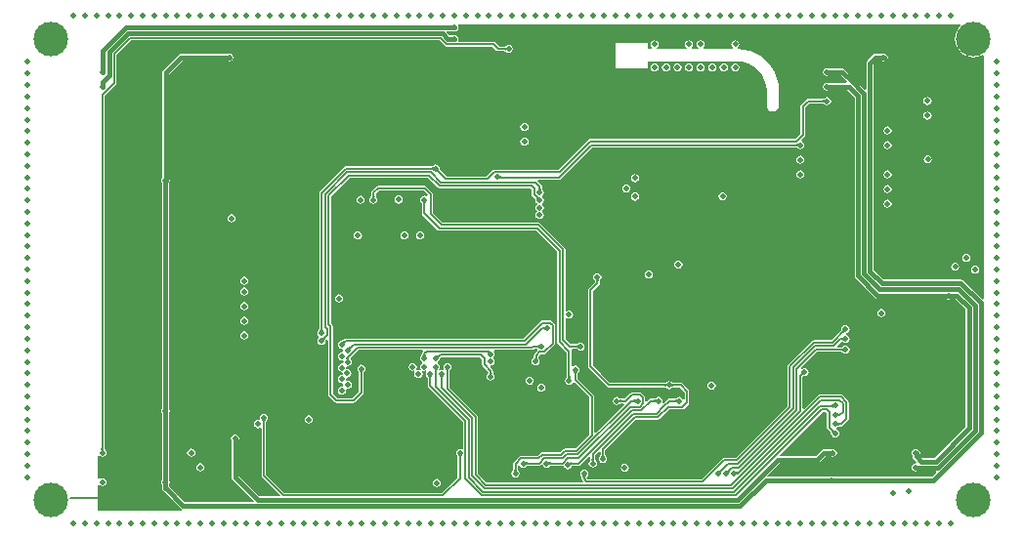
<source format=gbr>
%TF.GenerationSoftware,Altium Limited,Altium Designer,20.0.13 (296)*%
G04 Layer_Physical_Order=3*
G04 Layer_Color=16440176*
%FSLAX26Y26*%
%MOIN*%
%TF.FileFunction,Copper,L3,Inr,Signal*%
%TF.Part,Single*%
G01*
G75*
%TA.AperFunction,Conductor*%
%ADD33C,0.015748*%
%ADD34C,0.007874*%
%TA.AperFunction,ViaPad*%
%ADD38C,0.019685*%
%ADD39C,0.118110*%
G36*
X3106544Y1620952D02*
X3104849Y1619561D01*
X3096977Y1609969D01*
X3091128Y1599026D01*
X3087526Y1587152D01*
X3086309Y1574803D01*
X3087526Y1562455D01*
X3091128Y1550581D01*
X3096977Y1539637D01*
X3104849Y1530045D01*
X3114440Y1522174D01*
X3125384Y1516324D01*
X3137258Y1512723D01*
X3149606Y1511506D01*
X3161955Y1512723D01*
X3173829Y1516324D01*
X3180426Y1519851D01*
X3184715Y1517280D01*
Y686828D01*
X3179715Y684757D01*
X3114815Y749657D01*
X3110908Y752267D01*
X3106299Y753184D01*
X3106299Y753184D01*
X2841602D01*
X2807318Y787469D01*
Y1487138D01*
X2819786Y1499606D01*
X2836867D01*
X2837143Y1499422D01*
X2842520Y1498352D01*
X2847896Y1499422D01*
X2852454Y1502467D01*
X2855500Y1507025D01*
X2856569Y1512402D01*
X2855500Y1517778D01*
X2852454Y1522336D01*
X2847896Y1525382D01*
X2842520Y1526451D01*
X2837143Y1525382D01*
X2834613Y1523691D01*
X2814798D01*
X2810189Y1522774D01*
X2806283Y1520164D01*
X2806282Y1520163D01*
X2786760Y1500641D01*
X2784150Y1496734D01*
X2783233Y1492126D01*
X2783233Y1492126D01*
Y1403996D01*
X2778614Y1402082D01*
X2739110Y1441586D01*
X2739109Y1441587D01*
X2709779Y1470917D01*
X2705872Y1473527D01*
X2701264Y1474444D01*
X2701263Y1474444D01*
X2656386D01*
X2654983Y1475382D01*
X2649606Y1476451D01*
X2644230Y1475382D01*
X2639672Y1472336D01*
X2636626Y1467778D01*
X2635557Y1462402D01*
X2636626Y1457025D01*
X2639672Y1452467D01*
X2644230Y1449422D01*
X2649606Y1448352D01*
X2654983Y1449422D01*
X2656386Y1450359D01*
X2696275D01*
X2717191Y1429444D01*
X2715120Y1424444D01*
X2656386D01*
X2654983Y1425382D01*
X2649606Y1426451D01*
X2644230Y1425382D01*
X2639672Y1422336D01*
X2636626Y1417778D01*
X2635557Y1412402D01*
X2636626Y1407025D01*
X2639672Y1402467D01*
X2644230Y1399422D01*
X2649606Y1398352D01*
X2654983Y1399422D01*
X2656386Y1400359D01*
X2718437D01*
X2743863Y1374933D01*
Y766173D01*
X2743863Y766173D01*
X2744780Y761565D01*
X2747390Y757658D01*
X2814666Y690382D01*
X2818573Y687772D01*
X2823181Y686855D01*
X2823182Y686855D01*
X3057197D01*
X3058600Y685918D01*
X3063976Y684848D01*
X3069353Y685918D01*
X3069629Y686102D01*
X3088206D01*
X3122800Y651508D01*
Y251611D01*
X3015122Y143932D01*
X2976445D01*
X2965552Y154826D01*
Y156749D01*
X2965736Y157025D01*
X2966805Y162402D01*
X2965736Y167778D01*
X2962690Y172336D01*
X2958132Y175382D01*
X2952756Y176451D01*
X2947379Y175382D01*
X2942821Y172336D01*
X2939776Y167778D01*
X2938706Y162402D01*
X2939776Y157025D01*
X2941467Y154495D01*
Y149838D01*
X2941467Y149837D01*
X2942383Y145229D01*
X2944994Y141322D01*
X2955266Y131050D01*
X2952803Y126442D01*
X2952756Y126451D01*
X2947379Y125382D01*
X2942821Y122336D01*
X2939776Y117778D01*
X2938706Y112402D01*
X2939776Y107025D01*
X2942821Y102467D01*
X2947379Y99422D01*
X2952756Y98352D01*
X2958132Y99422D01*
X2959241Y100162D01*
X3020497D01*
X3022410Y95543D01*
X3007807Y80940D01*
X2670704D01*
X2669301Y81877D01*
X2663924Y82947D01*
X2658548Y81877D01*
X2657145Y80940D01*
X2447728D01*
X2445814Y85559D01*
X2486992Y126737D01*
X2615157D01*
X2615157Y126737D01*
X2619766Y127654D01*
X2623673Y130264D01*
X2643768Y150359D01*
X2662512D01*
X2663915Y149422D01*
X2669291Y148352D01*
X2674668Y149422D01*
X2679226Y152467D01*
X2682271Y157025D01*
X2683341Y162402D01*
X2682271Y167778D01*
X2679226Y172336D01*
X2674668Y175382D01*
X2669291Y176451D01*
X2663915Y175382D01*
X2662512Y174444D01*
X2638780D01*
X2638780Y174444D01*
X2634171Y173527D01*
X2630264Y170917D01*
X2610169Y150822D01*
X2489662D01*
X2487748Y155441D01*
X2634347Y302040D01*
X2646252D01*
X2649452Y298840D01*
Y248032D01*
X2650063Y244959D01*
X2651803Y242355D01*
X2660579Y233579D01*
X2660724Y233196D01*
X2661303Y232582D01*
X2661721Y232076D01*
X2662072Y231587D01*
X2662359Y231116D01*
X2662588Y230663D01*
X2662766Y230225D01*
X2662899Y229795D01*
X2662990Y229369D01*
X2663043Y228934D01*
X2663064Y228302D01*
X2663172Y228066D01*
X2664185Y222970D01*
X2667231Y218412D01*
X2671789Y215367D01*
X2677165Y214297D01*
X2682542Y215367D01*
X2687100Y218412D01*
X2690145Y222970D01*
X2691215Y228346D01*
X2690145Y233723D01*
X2687100Y238281D01*
X2682542Y241327D01*
X2681441Y241546D01*
Y246643D01*
X2682542Y246863D01*
X2686862Y249749D01*
X2687105Y249840D01*
X2687568Y250273D01*
X2687911Y250541D01*
X2688278Y250779D01*
X2688675Y250988D01*
X2689111Y251173D01*
X2689595Y251332D01*
X2690129Y251461D01*
X2690722Y251559D01*
X2691377Y251621D01*
X2692220Y251646D01*
X2692594Y251814D01*
X2696850D01*
X2699923Y252425D01*
X2702527Y254166D01*
X2721228Y272866D01*
X2721228Y272866D01*
X2722968Y275471D01*
X2723579Y278543D01*
Y335600D01*
X2723580Y335601D01*
X2722968Y338673D01*
X2721228Y341278D01*
X2721228Y341278D01*
X2703483Y359023D01*
X2700878Y360764D01*
X2697806Y361375D01*
X2624191D01*
X2624190Y361375D01*
X2621118Y360764D01*
X2618513Y359023D01*
X2618513Y359023D01*
X2570719Y311229D01*
X2566099Y313142D01*
Y420831D01*
X2566246Y420866D01*
X2566389Y421101D01*
X2566647Y421198D01*
X2567256Y421768D01*
X2567737Y422157D01*
X2568184Y422464D01*
X2568598Y422698D01*
X2568978Y422869D01*
X2569331Y422986D01*
X2569666Y423060D01*
X2569995Y423097D01*
X2570337Y423098D01*
X2570915Y423039D01*
X2571518Y423220D01*
X2572835Y422958D01*
X2578211Y424028D01*
X2582769Y427073D01*
X2585815Y431631D01*
X2586884Y437008D01*
X2585815Y442384D01*
X2582769Y446942D01*
X2578211Y449988D01*
X2572835Y451057D01*
X2567458Y449988D01*
X2565502Y448681D01*
X2562315Y452565D01*
X2615895Y506145D01*
X2697169D01*
X2697543Y505977D01*
X2698386Y505951D01*
X2699041Y505889D01*
X2699634Y505791D01*
X2700169Y505662D01*
X2700652Y505504D01*
X2701088Y505319D01*
X2701485Y505110D01*
X2701852Y504872D01*
X2702196Y504603D01*
X2702658Y504171D01*
X2702901Y504080D01*
X2707221Y501193D01*
X2712598Y500124D01*
X2717974Y501193D01*
X2722532Y504239D01*
X2725578Y508797D01*
X2726647Y514173D01*
X2725578Y519550D01*
X2722532Y524108D01*
X2717974Y527153D01*
X2712598Y528223D01*
X2707221Y527153D01*
X2702901Y524267D01*
X2702658Y524175D01*
X2702195Y523742D01*
X2701852Y523474D01*
X2701485Y523237D01*
X2701088Y523027D01*
X2700652Y522843D01*
X2700168Y522684D01*
X2699634Y522555D01*
X2699041Y522457D01*
X2698386Y522395D01*
X2697543Y522370D01*
X2697169Y522201D01*
X2685757D01*
X2683844Y526821D01*
X2698945Y541922D01*
X2699041Y541913D01*
X2699634Y541815D01*
X2700169Y541686D01*
X2700652Y541527D01*
X2701088Y541343D01*
X2701485Y541133D01*
X2701852Y540896D01*
X2702196Y540627D01*
X2702658Y540195D01*
X2702901Y540103D01*
X2707221Y537217D01*
X2712598Y536147D01*
X2717974Y537217D01*
X2722532Y540262D01*
X2725578Y544820D01*
X2726647Y550197D01*
X2725578Y555573D01*
X2722532Y560131D01*
X2717974Y563177D01*
X2715804Y563609D01*
X2715080Y564245D01*
X2713300Y569096D01*
X2713805Y569852D01*
X2717974Y570681D01*
X2722532Y573727D01*
X2725578Y578285D01*
X2726647Y583661D01*
X2725578Y589038D01*
X2722532Y593596D01*
X2717974Y596641D01*
X2712598Y597711D01*
X2707221Y596641D01*
X2702663Y593596D01*
X2699618Y589038D01*
X2698604Y583942D01*
X2698497Y583706D01*
X2698476Y583073D01*
X2698423Y582640D01*
X2698331Y582212D01*
X2698199Y581783D01*
X2698021Y581345D01*
X2697791Y580891D01*
X2697504Y580421D01*
X2697155Y579933D01*
X2696735Y579426D01*
X2696157Y578812D01*
X2696011Y578429D01*
X2663997Y546414D01*
X2603376D01*
X2603376Y546414D01*
X2600303Y545803D01*
X2597699Y544063D01*
X2597698Y544062D01*
X2516961Y463325D01*
X2515221Y460720D01*
X2514610Y457648D01*
Y321932D01*
X2337516Y144839D01*
X2299213D01*
X2299213Y144839D01*
X2296140Y144228D01*
X2293536Y142488D01*
X2223052Y72005D01*
X1833050D01*
X1829077Y75978D01*
X1829088Y76340D01*
X1829150Y76994D01*
X1829248Y77587D01*
X1829377Y78122D01*
X1829536Y78605D01*
X1829720Y79042D01*
X1829930Y79438D01*
X1830167Y79805D01*
X1830436Y80149D01*
X1830868Y80611D01*
X1830960Y80855D01*
X1833846Y85174D01*
X1834916Y90551D01*
X1833846Y95927D01*
X1830801Y100486D01*
X1826243Y103531D01*
X1820866Y104600D01*
X1815490Y103531D01*
X1810932Y100486D01*
X1807886Y95927D01*
X1806817Y90551D01*
X1807886Y85174D01*
X1810773Y80855D01*
X1810864Y80611D01*
X1811297Y80148D01*
X1811565Y79805D01*
X1811802Y79439D01*
X1812012Y79042D01*
X1812197Y78605D01*
X1812355Y78122D01*
X1812485Y77587D01*
X1812582Y76994D01*
X1812644Y76340D01*
X1812670Y75496D01*
X1812838Y75123D01*
Y72835D01*
X1813449Y69762D01*
X1815189Y67158D01*
X1817534Y64813D01*
X1815620Y60194D01*
X1489546D01*
X1458816Y90924D01*
Y284448D01*
X1458816Y284449D01*
X1458205Y287521D01*
X1456464Y290126D01*
X1456464Y290126D01*
X1362359Y384231D01*
Y440280D01*
X1362527Y440654D01*
X1362553Y441497D01*
X1362614Y442152D01*
X1362712Y442745D01*
X1362842Y443280D01*
X1363000Y443763D01*
X1363185Y444199D01*
X1363394Y444596D01*
X1363631Y444962D01*
X1363900Y445307D01*
X1364333Y445769D01*
X1364424Y446012D01*
X1367311Y450332D01*
X1368380Y455709D01*
X1367311Y461085D01*
X1364265Y465643D01*
X1359707Y468689D01*
X1354331Y469758D01*
X1348954Y468689D01*
X1344396Y465643D01*
X1341351Y461085D01*
X1340281Y455709D01*
X1341351Y450332D01*
X1342741Y448252D01*
X1340937Y445485D01*
X1339435Y444199D01*
X1334646Y445152D01*
X1329856Y444199D01*
X1328354Y445485D01*
X1326550Y448252D01*
X1327941Y450332D01*
X1329010Y455709D01*
X1327941Y461085D01*
X1324895Y465643D01*
X1321825Y467695D01*
X1321655Y468217D01*
Y472728D01*
X1321825Y473250D01*
X1324895Y475302D01*
X1327941Y479860D01*
X1328252Y481424D01*
X1328686Y481998D01*
X1328852Y482634D01*
X1329018Y483136D01*
X1329224Y483644D01*
X1329469Y484158D01*
X1329758Y484679D01*
X1330094Y485211D01*
X1330447Y485709D01*
X1331434Y486896D01*
X1332004Y487490D01*
X1332156Y487882D01*
X1333293Y489019D01*
X1466163D01*
X1472633Y482549D01*
Y463238D01*
X1473244Y460165D01*
X1474985Y457561D01*
X1493940Y438605D01*
Y437672D01*
X1493772Y437299D01*
X1493747Y436455D01*
X1493685Y435801D01*
X1493587Y435208D01*
X1493457Y434673D01*
X1493299Y434190D01*
X1493114Y433753D01*
X1492905Y433357D01*
X1492668Y432990D01*
X1492399Y432646D01*
X1491966Y432184D01*
X1491875Y431941D01*
X1488988Y427621D01*
X1487919Y422244D01*
X1488988Y416868D01*
X1492034Y412310D01*
X1496592Y409264D01*
X1501968Y408195D01*
X1507345Y409264D01*
X1511903Y412310D01*
X1514948Y416868D01*
X1516018Y422244D01*
X1514948Y427621D01*
X1512062Y431941D01*
X1511971Y432184D01*
X1511538Y432647D01*
X1511270Y432990D01*
X1511032Y433357D01*
X1510822Y433753D01*
X1510638Y434190D01*
X1510479Y434673D01*
X1510350Y435208D01*
X1510252Y435801D01*
X1510190Y436455D01*
X1510165Y437299D01*
X1509997Y437673D01*
Y441930D01*
X1509997Y441931D01*
X1509386Y445003D01*
X1507645Y447608D01*
X1500728Y454524D01*
X1501361Y457000D01*
X1502786Y459538D01*
X1507345Y460445D01*
X1511903Y463491D01*
X1514948Y468049D01*
X1516018Y473425D01*
X1514948Y478802D01*
X1511903Y483360D01*
X1511363Y483720D01*
Y488721D01*
X1511903Y489081D01*
X1514948Y493639D01*
X1516018Y499016D01*
X1514948Y504392D01*
X1512778Y507641D01*
X1514442Y511983D01*
X1514993Y512641D01*
X1642717D01*
X1645789Y513252D01*
X1648393Y514992D01*
X1649979Y516578D01*
X1659729D01*
X1660103Y516410D01*
X1660115Y516409D01*
X1662362Y512116D01*
X1662335Y511822D01*
X1662269Y511509D01*
X1662207Y511318D01*
X1662163Y511218D01*
X1661946Y510898D01*
X1651803Y500756D01*
X1650063Y498151D01*
X1649452Y495079D01*
Y490003D01*
X1649386Y489909D01*
X1649452Y489526D01*
Y489488D01*
X1649284Y489120D01*
X1649256Y488286D01*
X1649191Y487686D01*
X1649092Y487175D01*
X1648969Y486750D01*
X1648829Y486400D01*
X1648677Y486114D01*
X1648512Y485873D01*
X1648327Y485661D01*
X1648111Y485463D01*
X1647663Y485138D01*
X1647263Y484486D01*
X1645577Y483360D01*
X1642532Y478802D01*
X1641462Y473425D01*
X1642532Y468049D01*
X1645577Y463491D01*
X1650135Y460445D01*
X1655512Y459376D01*
X1660888Y460445D01*
X1665446Y463491D01*
X1668492Y468049D01*
X1669561Y473425D01*
X1668492Y478802D01*
X1667410Y480421D01*
X1667279Y481197D01*
X1666929Y481756D01*
X1666682Y482216D01*
X1666460Y482707D01*
X1666264Y483229D01*
X1666093Y483790D01*
X1665950Y484386D01*
X1665844Y484971D01*
X1665696Y486489D01*
X1665678Y487303D01*
X1665508Y487686D01*
Y491753D01*
X1672617Y498861D01*
X1685039D01*
X1688112Y499473D01*
X1690716Y501213D01*
X1719259Y529756D01*
X1719260Y529756D01*
X1721000Y532361D01*
X1721611Y535433D01*
Y596456D01*
X1721611Y596457D01*
X1721000Y599529D01*
X1719260Y602134D01*
X1719259Y602134D01*
X1710401Y610992D01*
X1707797Y612732D01*
X1704724Y613343D01*
X1678150D01*
X1678150Y613343D01*
X1675077Y612732D01*
X1672473Y610992D01*
X1672473Y610992D01*
X1667551Y606071D01*
X1667493Y605983D01*
X1613830Y552320D01*
X1006890D01*
X1003817Y551708D01*
X1001213Y549968D01*
X1001212Y549968D01*
X999327Y548082D01*
X998944Y547937D01*
X998329Y547359D01*
X997824Y546941D01*
X997335Y546590D01*
X996864Y546303D01*
X996411Y546073D01*
X995973Y545895D01*
X995543Y545763D01*
X995116Y545672D01*
X994682Y545618D01*
X994050Y545597D01*
X993814Y545490D01*
X988718Y544476D01*
X984160Y541431D01*
X981114Y536873D01*
X980045Y531496D01*
X981114Y526120D01*
X984160Y521562D01*
X988718Y518516D01*
X994094Y517447D01*
X995525Y517731D01*
X999777Y513479D01*
X999486Y512015D01*
X999862Y510126D01*
X995610Y505874D01*
X994094Y506175D01*
X988718Y505106D01*
X984160Y502060D01*
X981114Y497502D01*
X980045Y492126D01*
X981114Y486750D01*
X984160Y482192D01*
X988718Y479146D01*
X994094Y478077D01*
X995780Y478412D01*
X1000032Y474160D01*
X999691Y472441D01*
X1000137Y470195D01*
X995964Y465927D01*
X994094Y466299D01*
X988718Y465229D01*
X984160Y462184D01*
X981114Y457626D01*
X980045Y452249D01*
X981114Y446873D01*
X984160Y442315D01*
X988718Y439269D01*
X994094Y438200D01*
X997230Y434459D01*
X997253Y431210D01*
X994094Y427435D01*
X988718Y426366D01*
X984160Y423320D01*
X981114Y418762D01*
X980045Y413386D01*
X981114Y408009D01*
X984160Y403451D01*
X988718Y400406D01*
X994094Y399336D01*
X995182Y399553D01*
X998927Y396219D01*
Y391183D01*
X995182Y387849D01*
X994095Y388065D01*
X988718Y386996D01*
X984160Y383950D01*
X981115Y379392D01*
X980045Y374016D01*
X981115Y368639D01*
X984160Y364081D01*
X988718Y361036D01*
X994095Y359966D01*
X999471Y361036D01*
X1004029Y364081D01*
X1007074Y368639D01*
X1008144Y374016D01*
X1007802Y375735D01*
X1012054Y379987D01*
X1013740Y379651D01*
X1019116Y380721D01*
X1023674Y383766D01*
X1026720Y388324D01*
X1027790Y393701D01*
X1026720Y399077D01*
X1023674Y403635D01*
X1019116Y406681D01*
X1013740Y407750D01*
X1012880Y407579D01*
X1009058Y410969D01*
X1009071Y415624D01*
X1012795Y419021D01*
X1018172Y420091D01*
X1022730Y423136D01*
X1025775Y427694D01*
X1026845Y433071D01*
X1025775Y438447D01*
X1022730Y443005D01*
X1018172Y446051D01*
X1012795Y447120D01*
X1012198Y447002D01*
X1007946Y451254D01*
X1008144Y452249D01*
X1007697Y454495D01*
X1011870Y458763D01*
X1013740Y458391D01*
X1019116Y459461D01*
X1023674Y462506D01*
X1026720Y467064D01*
X1027790Y472441D01*
X1026720Y477817D01*
X1023674Y482375D01*
X1025123Y487144D01*
X1025222Y487293D01*
X1050570Y512641D01*
X1269361D01*
X1271274Y508022D01*
X1269914Y506661D01*
X1268173Y504057D01*
X1267562Y500984D01*
Y500664D01*
X1267394Y500291D01*
X1267369Y499448D01*
X1267307Y498793D01*
X1267209Y498200D01*
X1267079Y497665D01*
X1266921Y497182D01*
X1266737Y496745D01*
X1266527Y496349D01*
X1266290Y495982D01*
X1266021Y495638D01*
X1265589Y495176D01*
X1265497Y494933D01*
X1262611Y490613D01*
X1261541Y485236D01*
X1262611Y479860D01*
X1265656Y475302D01*
X1268726Y473250D01*
X1268897Y472728D01*
Y468217D01*
X1268726Y467695D01*
X1265656Y465643D01*
X1262611Y461085D01*
X1261541Y455709D01*
X1262611Y450332D01*
X1264001Y448252D01*
X1262197Y445485D01*
X1260695Y444199D01*
X1255906Y445152D01*
X1251116Y444199D01*
X1249614Y445485D01*
X1247810Y448252D01*
X1249200Y450332D01*
X1250270Y455709D01*
X1249200Y461085D01*
X1246155Y465643D01*
X1241597Y468689D01*
X1236220Y469758D01*
X1230844Y468689D01*
X1226286Y465643D01*
X1223241Y461085D01*
X1222171Y455709D01*
X1223241Y450332D01*
X1226286Y445774D01*
X1230844Y442729D01*
X1236220Y441659D01*
X1241010Y442612D01*
X1242512Y441326D01*
X1244316Y438560D01*
X1242926Y436479D01*
X1241856Y431102D01*
X1242926Y425726D01*
X1245971Y421168D01*
X1250529Y418122D01*
X1255906Y417053D01*
X1261282Y418122D01*
X1265840Y421168D01*
X1268886Y425726D01*
X1269955Y431102D01*
X1268886Y436479D01*
X1267495Y438560D01*
X1269299Y441326D01*
X1270801Y442612D01*
X1275591Y441659D01*
X1280380Y442612D01*
X1281882Y441326D01*
X1283686Y438560D01*
X1282296Y436479D01*
X1281226Y431102D01*
X1282296Y425726D01*
X1285182Y421406D01*
X1285274Y421163D01*
X1285706Y420700D01*
X1285975Y420357D01*
X1286212Y419990D01*
X1286422Y419593D01*
X1286606Y419156D01*
X1286765Y418673D01*
X1286894Y418139D01*
X1286992Y417546D01*
X1287054Y416891D01*
X1287079Y416048D01*
X1287247Y415674D01*
Y389851D01*
X1287858Y386779D01*
X1289599Y384174D01*
X1407326Y266447D01*
Y176702D01*
X1405451Y175700D01*
X1402326Y174534D01*
X1397638Y175467D01*
X1392261Y174397D01*
X1387703Y171352D01*
X1384658Y166794D01*
X1383588Y161417D01*
X1384658Y156041D01*
X1387544Y151720D01*
X1387636Y151477D01*
X1388068Y151015D01*
X1388337Y150672D01*
X1388574Y150305D01*
X1388784Y149908D01*
X1388968Y149471D01*
X1389127Y148988D01*
X1389256Y148453D01*
X1389354Y147861D01*
X1389416Y147206D01*
X1389441Y146363D01*
X1389610Y145989D01*
Y79113D01*
X1335257Y24761D01*
X799219D01*
X736375Y87604D01*
Y266068D01*
X736543Y266442D01*
X736568Y267285D01*
X736630Y267939D01*
X736728Y268532D01*
X736858Y269067D01*
X737016Y269550D01*
X737201Y269987D01*
X737410Y270383D01*
X737647Y270750D01*
X737916Y271094D01*
X738349Y271556D01*
X738440Y271800D01*
X741327Y276120D01*
X742396Y281496D01*
X741327Y286873D01*
X738281Y291430D01*
X733723Y294476D01*
X728346Y295546D01*
X722970Y294476D01*
X718412Y291430D01*
X715366Y286873D01*
X714297Y281496D01*
X715052Y277701D01*
X712353Y274143D01*
X711200Y273387D01*
X708661Y273892D01*
X703285Y272822D01*
X698727Y269777D01*
X695681Y265219D01*
X694612Y259842D01*
X695681Y254466D01*
X698727Y249908D01*
X703285Y246863D01*
X708661Y245793D01*
X714038Y246863D01*
X715318Y247718D01*
X720318Y245045D01*
Y84279D01*
X720929Y81207D01*
X722670Y78602D01*
X783626Y17646D01*
X781712Y13027D01*
X712665D01*
X641964Y83728D01*
Y205622D01*
X642901Y207025D01*
X643971Y212402D01*
X642901Y217778D01*
X639856Y222336D01*
X635298Y225382D01*
X629921Y226451D01*
X624545Y225382D01*
X619987Y222336D01*
X616941Y217778D01*
X615872Y212402D01*
X616941Y207025D01*
X617879Y205622D01*
Y78741D01*
X617879Y78740D01*
X618796Y74132D01*
X621406Y70225D01*
X693670Y-2039D01*
X691756Y-6658D01*
X457744D01*
X404759Y46327D01*
Y55622D01*
X405697Y57025D01*
X406766Y62402D01*
X405697Y67778D01*
X404759Y69181D01*
Y297409D01*
X405697Y298813D01*
X406766Y304189D01*
X405697Y309566D01*
X405251Y310233D01*
Y1085492D01*
X405697Y1086159D01*
X406766Y1091535D01*
X405743Y1096678D01*
Y1455642D01*
X450461Y1500359D01*
X603457D01*
X604860Y1499422D01*
X610236Y1498352D01*
X615613Y1499422D01*
X620171Y1502467D01*
X623216Y1507025D01*
X624286Y1512402D01*
X623216Y1517778D01*
X620171Y1522336D01*
X615613Y1525382D01*
X610236Y1526451D01*
X604860Y1525382D01*
X603457Y1524444D01*
X445473D01*
X445473Y1524444D01*
X440864Y1523527D01*
X436957Y1520917D01*
X436957Y1520917D01*
X385185Y1469145D01*
X382575Y1465238D01*
X381658Y1460630D01*
X381658Y1460629D01*
Y1099788D01*
X379737Y1096912D01*
X378667Y1091535D01*
X379737Y1086159D01*
X381166Y1084019D01*
Y311705D01*
X379737Y309566D01*
X378667Y304189D01*
X379737Y298813D01*
X380674Y297409D01*
Y69181D01*
X379737Y67778D01*
X378667Y62402D01*
X379737Y57025D01*
X380674Y55622D01*
Y40585D01*
X381591Y35977D01*
X384201Y32070D01*
X386471Y30554D01*
X444240Y-27216D01*
X444241Y-27216D01*
X448147Y-29826D01*
X449566Y-30109D01*
X449073Y-35109D01*
X162726D01*
Y0D01*
X161478Y3013D01*
X158465Y4261D01*
X66400D01*
X64502Y8544D01*
X67512Y12471D01*
X158465D01*
X161478Y13719D01*
X162726Y16732D01*
Y50209D01*
X165436Y51568D01*
X167726Y52136D01*
X171789Y49422D01*
X177165Y48352D01*
X182542Y49422D01*
X187100Y52467D01*
X190145Y57025D01*
X191215Y62402D01*
X190145Y67778D01*
X187100Y72336D01*
X182542Y75382D01*
X177165Y76451D01*
X171789Y75382D01*
X167726Y72667D01*
X165436Y73236D01*
X162726Y74594D01*
Y150209D01*
X165436Y151568D01*
X167726Y152136D01*
X171789Y149422D01*
X177165Y148352D01*
X182542Y149422D01*
X187100Y152467D01*
X190145Y157025D01*
X191215Y162402D01*
X190145Y167778D01*
X187259Y172099D01*
X187167Y172342D01*
X186735Y172804D01*
X186466Y173147D01*
X186229Y173514D01*
X186019Y173911D01*
X185835Y174348D01*
X185676Y174831D01*
X185547Y175365D01*
X185449Y175958D01*
X185387Y176613D01*
X185362Y177456D01*
X185194Y177830D01*
Y1379549D01*
X224180Y1418535D01*
X224181Y1418536D01*
X225921Y1421140D01*
X226532Y1424213D01*
X226532Y1424213D01*
Y1521368D01*
X275876Y1570712D01*
X1326767D01*
X1346069Y1551410D01*
X1348674Y1549669D01*
X1351746Y1549058D01*
X1508486D01*
X1522473Y1535072D01*
X1522473Y1535071D01*
X1525078Y1533331D01*
X1528150Y1532720D01*
X1547977D01*
X1548351Y1532552D01*
X1549194Y1532526D01*
X1549849Y1532464D01*
X1550442Y1532367D01*
X1550977Y1532237D01*
X1551460Y1532079D01*
X1551896Y1531894D01*
X1552293Y1531685D01*
X1552659Y1531447D01*
X1553004Y1531178D01*
X1553466Y1530746D01*
X1553709Y1530655D01*
X1558029Y1527768D01*
X1563406Y1526699D01*
X1568782Y1527768D01*
X1573340Y1530814D01*
X1576386Y1535372D01*
X1577455Y1540748D01*
X1576386Y1546125D01*
X1573340Y1550683D01*
X1568782Y1553728D01*
X1563406Y1554798D01*
X1558029Y1553728D01*
X1553709Y1550842D01*
X1553466Y1550750D01*
X1553003Y1550317D01*
X1552660Y1550049D01*
X1552293Y1549812D01*
X1551896Y1549602D01*
X1551460Y1549418D01*
X1550976Y1549259D01*
X1550442Y1549130D01*
X1549849Y1549032D01*
X1549194Y1548970D01*
X1548351Y1548945D01*
X1547977Y1548776D01*
X1531475D01*
X1517488Y1562764D01*
X1514884Y1564504D01*
X1511812Y1565115D01*
X1393237D01*
X1392236Y1566989D01*
X1391070Y1570115D01*
X1392002Y1574803D01*
X1390933Y1580180D01*
X1387887Y1584738D01*
X1383329Y1587783D01*
X1377953Y1588853D01*
X1372576Y1587783D01*
X1371173Y1586845D01*
X1361289D01*
X1350623Y1597511D01*
X1352536Y1602131D01*
X1371173D01*
X1372576Y1601193D01*
X1377953Y1600124D01*
X1383329Y1601193D01*
X1387887Y1604239D01*
X1390933Y1608797D01*
X1392002Y1614173D01*
X1390933Y1619550D01*
X1390191Y1620660D01*
X1392864Y1625660D01*
X3104859D01*
X3106544Y1620952D01*
D02*
G37*
G36*
X1556377Y1533858D02*
X1555777Y1534419D01*
X1555135Y1534921D01*
X1554450Y1535364D01*
X1553724Y1535748D01*
X1552955Y1536073D01*
X1552144Y1536339D01*
X1551291Y1536545D01*
X1550396Y1536693D01*
X1549459Y1536782D01*
X1548479Y1536811D01*
Y1544685D01*
X1549459Y1544715D01*
X1550396Y1544803D01*
X1551291Y1544951D01*
X1552144Y1545158D01*
X1552955Y1545423D01*
X1553724Y1545748D01*
X1554450Y1546132D01*
X1555135Y1546575D01*
X1555777Y1547077D01*
X1556377Y1547638D01*
Y1533858D01*
D02*
G37*
G36*
X1687853Y580202D02*
X1687253Y580763D01*
X1686611Y581265D01*
X1685927Y581708D01*
X1685200Y582092D01*
X1684431Y582417D01*
X1683621Y582682D01*
X1682768Y582889D01*
X1681872Y583037D01*
X1680935Y583125D01*
X1679956Y583155D01*
Y591029D01*
X1680935Y591058D01*
X1681872Y591147D01*
X1682768Y591294D01*
X1683621Y591501D01*
X1684431Y591767D01*
X1685200Y592092D01*
X1685927Y592476D01*
X1686611Y592918D01*
X1687253Y593420D01*
X1687853Y593981D01*
Y580202D01*
D02*
G37*
G36*
X2712499Y573819D02*
X2711678Y573792D01*
X2710869Y573693D01*
X2710072Y573522D01*
X2709287Y573280D01*
X2708514Y572966D01*
X2707753Y572581D01*
X2707003Y572124D01*
X2706266Y571595D01*
X2705541Y570995D01*
X2704827Y570323D01*
X2699259Y575891D01*
X2699931Y576604D01*
X2700531Y577330D01*
X2701060Y578067D01*
X2701517Y578817D01*
X2701902Y579578D01*
X2702216Y580351D01*
X2702459Y581136D01*
X2702629Y581933D01*
X2702728Y582742D01*
X2702756Y583563D01*
X2712499Y573819D01*
D02*
G37*
G36*
X2705569Y543307D02*
X2704969Y543868D01*
X2704327Y544370D01*
X2703642Y544813D01*
X2702916Y545197D01*
X2702147Y545522D01*
X2701337Y545788D01*
X2700484Y545994D01*
X2699588Y546142D01*
X2698651Y546230D01*
X2697671Y546260D01*
Y554134D01*
X2698651Y554163D01*
X2699588Y554252D01*
X2700484Y554400D01*
X2701337Y554606D01*
X2702147Y554872D01*
X2702916Y555197D01*
X2703642Y555581D01*
X2704327Y556024D01*
X2704969Y556526D01*
X2705569Y557087D01*
Y543307D01*
D02*
G37*
G36*
X1007433Y539267D02*
X1006761Y538553D01*
X1006161Y537828D01*
X1005632Y537090D01*
X1005175Y536341D01*
X1004790Y535580D01*
X1004476Y534807D01*
X1004234Y534021D01*
X1004063Y533224D01*
X1003964Y532415D01*
X1003936Y531595D01*
X994193Y541338D01*
X995014Y541366D01*
X995823Y541465D01*
X996620Y541635D01*
X997405Y541878D01*
X998178Y542192D01*
X998939Y542577D01*
X999689Y543034D01*
X1000426Y543562D01*
X1001152Y544163D01*
X1001865Y544835D01*
X1007433Y539267D01*
D02*
G37*
G36*
X1668129Y517717D02*
X1667529Y518278D01*
X1666887Y518779D01*
X1666202Y519222D01*
X1665476Y519606D01*
X1664707Y519931D01*
X1663896Y520197D01*
X1663043Y520404D01*
X1662148Y520551D01*
X1661211Y520640D01*
X1660231Y520669D01*
Y528543D01*
X1661211Y528573D01*
X1662148Y528661D01*
X1663043Y528809D01*
X1663896Y529016D01*
X1664707Y529282D01*
X1665476Y529606D01*
X1666202Y529990D01*
X1666887Y530433D01*
X1667529Y530935D01*
X1668129Y531496D01*
Y517717D01*
D02*
G37*
G36*
X1026985Y519488D02*
X1026314Y518777D01*
X1025711Y518053D01*
X1025178Y517317D01*
X1024714Y516568D01*
X1024318Y515808D01*
X1023992Y515036D01*
X1023735Y514251D01*
X1023546Y513454D01*
X1023427Y512645D01*
X1023376Y511825D01*
X1013923Y521850D01*
X1014742Y521855D01*
X1015550Y521934D01*
X1016346Y522087D01*
X1017131Y522314D01*
X1017904Y522615D01*
X1018666Y522991D01*
X1019416Y523440D01*
X1020154Y523964D01*
X1020881Y524562D01*
X1021596Y525235D01*
X1026985Y519488D01*
D02*
G37*
G36*
X2705569Y507283D02*
X2704969Y507844D01*
X2704327Y508346D01*
X2703642Y508789D01*
X2702916Y509173D01*
X2702147Y509498D01*
X2701337Y509764D01*
X2700484Y509970D01*
X2699588Y510118D01*
X2698651Y510207D01*
X2697671Y510236D01*
Y518110D01*
X2698651Y518140D01*
X2699588Y518228D01*
X2700484Y518376D01*
X2701337Y518582D01*
X2702147Y518848D01*
X2702916Y519173D01*
X2703642Y519557D01*
X2704327Y520000D01*
X2704969Y520502D01*
X2705569Y521063D01*
Y507283D01*
D02*
G37*
G36*
X1494926Y510971D02*
X1496195Y509868D01*
X1496771Y509436D01*
X1497309Y509084D01*
X1497808Y508812D01*
X1498269Y508620D01*
X1498691Y508507D01*
X1499074Y508475D01*
X1499419Y508522D01*
X1492260Y500632D01*
X1492271Y500972D01*
X1492200Y501357D01*
X1492047Y501788D01*
X1491811Y502264D01*
X1491493Y502785D01*
X1491093Y503352D01*
X1490610Y503965D01*
X1489397Y505326D01*
X1488667Y506074D01*
X1494234Y511642D01*
X1494926Y510971D01*
D02*
G37*
G36*
X1328925Y490437D02*
X1328254Y489735D01*
X1327067Y488309D01*
X1326552Y487584D01*
X1326090Y486851D01*
X1325680Y486111D01*
X1325322Y485363D01*
X1325016Y484607D01*
X1324763Y483843D01*
X1324562Y483072D01*
X1317316Y494793D01*
X1318089Y494647D01*
X1318856Y494594D01*
X1319618Y494631D01*
X1320375Y494760D01*
X1321126Y494981D01*
X1321873Y495293D01*
X1322615Y495697D01*
X1323351Y496192D01*
X1324082Y496778D01*
X1324809Y497456D01*
X1328925Y490437D01*
D02*
G37*
G36*
X1279557Y499183D02*
X1279646Y498246D01*
X1279793Y497350D01*
X1280000Y496497D01*
X1280266Y495687D01*
X1280591Y494918D01*
X1280974Y494192D01*
X1281417Y493507D01*
X1281919Y492865D01*
X1282480Y492265D01*
X1268701D01*
X1269262Y492865D01*
X1269764Y493507D01*
X1270207Y494192D01*
X1270591Y494918D01*
X1270915Y495687D01*
X1271181Y496497D01*
X1271388Y497350D01*
X1271535Y498246D01*
X1271624Y499183D01*
X1271654Y500163D01*
X1279528D01*
X1279557Y499183D01*
D02*
G37*
G36*
X1017770Y486176D02*
X1017917Y484299D01*
X1018045Y483486D01*
X1018210Y482756D01*
X1018412Y482110D01*
X1018650Y481548D01*
X1018924Y481068D01*
X1019236Y480673D01*
X1019584Y480361D01*
X1008018Y480449D01*
X1008371Y480756D01*
X1008687Y481146D01*
X1008966Y481618D01*
X1009208Y482174D01*
X1009413Y482812D01*
X1009580Y483532D01*
X1009711Y484335D01*
X1009804Y485221D01*
X1009878Y487240D01*
X1017752D01*
X1017770Y486176D01*
D02*
G37*
G36*
X1661417Y487205D02*
X1661440Y486233D01*
X1661620Y484387D01*
X1661777Y483511D01*
X1661980Y482668D01*
X1662227Y481857D01*
X1662520Y481078D01*
X1662858Y480332D01*
X1663240Y479617D01*
X1663668Y478934D01*
X1650167Y481690D01*
X1650808Y482156D01*
X1651382Y482680D01*
X1651889Y483263D01*
X1652328Y483904D01*
X1652699Y484603D01*
X1653003Y485360D01*
X1653239Y486176D01*
X1653408Y487051D01*
X1653509Y487983D01*
X1653543Y488974D01*
X1661417Y487205D01*
D02*
G37*
G36*
X1360659Y448080D02*
X1360158Y447438D01*
X1359715Y446753D01*
X1359331Y446027D01*
X1359006Y445258D01*
X1358740Y444447D01*
X1358533Y443594D01*
X1358386Y442699D01*
X1358297Y441762D01*
X1358268Y440782D01*
X1350394D01*
X1350364Y441762D01*
X1350276Y442699D01*
X1350128Y443594D01*
X1349921Y444447D01*
X1349656Y445258D01*
X1349331Y446027D01*
X1348947Y446753D01*
X1348504Y447438D01*
X1348002Y448080D01*
X1347441Y448680D01*
X1361220D01*
X1360659Y448080D01*
D02*
G37*
G36*
X1321289D02*
X1320787Y447438D01*
X1320344Y446753D01*
X1319961Y446027D01*
X1319636Y445258D01*
X1319370Y444447D01*
X1319163Y443594D01*
X1319016Y442699D01*
X1318927Y441762D01*
X1318898Y440782D01*
X1311024D01*
X1310994Y441762D01*
X1310906Y442699D01*
X1310758Y443594D01*
X1310551Y444447D01*
X1310285Y445258D01*
X1309961Y446027D01*
X1309577Y446753D01*
X1309134Y447438D01*
X1308632Y448080D01*
X1308071Y448680D01*
X1321850D01*
X1321289Y448080D01*
D02*
G37*
G36*
X1505935Y436191D02*
X1506024Y435253D01*
X1506171Y434358D01*
X1506378Y433505D01*
X1506644Y432695D01*
X1506968Y431926D01*
X1507352Y431199D01*
X1507795Y430515D01*
X1508297Y429873D01*
X1508858Y429273D01*
X1495079D01*
X1495640Y429873D01*
X1496142Y430515D01*
X1496585Y431199D01*
X1496968Y431926D01*
X1497293Y432695D01*
X1497559Y433505D01*
X1497766Y434358D01*
X1497913Y435253D01*
X1498002Y436191D01*
X1498032Y437170D01*
X1505906D01*
X1505935Y436191D01*
D02*
G37*
G36*
X2571345Y427279D02*
X2570544Y427360D01*
X2569753Y427357D01*
X2568970Y427270D01*
X2568196Y427099D01*
X2567430Y426845D01*
X2566674Y426506D01*
X2565926Y426083D01*
X2565187Y425576D01*
X2564457Y424985D01*
X2563735Y424310D01*
X2559039Y430749D01*
X2559710Y431455D01*
X2560321Y432172D01*
X2560873Y432899D01*
X2561366Y433638D01*
X2561799Y434388D01*
X2562173Y435149D01*
X2562488Y435921D01*
X2562744Y436704D01*
X2562940Y437498D01*
X2563078Y438303D01*
X2571345Y427279D01*
D02*
G37*
G36*
X1340974Y423474D02*
X1340473Y422831D01*
X1340030Y422147D01*
X1339646Y421421D01*
X1339321Y420652D01*
X1339055Y419841D01*
X1338848Y418988D01*
X1338701Y418093D01*
X1338612Y417156D01*
X1338583Y416176D01*
X1330709D01*
X1330679Y417156D01*
X1330591Y418093D01*
X1330443Y418988D01*
X1330236Y419841D01*
X1329970Y420652D01*
X1329646Y421421D01*
X1329262Y422147D01*
X1328819Y422831D01*
X1328317Y423474D01*
X1327756Y424073D01*
X1341535D01*
X1340974Y423474D01*
D02*
G37*
G36*
X1301604D02*
X1301102Y422831D01*
X1300659Y422147D01*
X1300276Y421421D01*
X1299951Y420652D01*
X1299685Y419841D01*
X1299478Y418988D01*
X1299331Y418093D01*
X1299242Y417156D01*
X1299213Y416176D01*
X1291339D01*
X1291309Y417156D01*
X1291220Y418093D01*
X1291073Y418988D01*
X1290866Y419841D01*
X1290600Y420652D01*
X1290276Y421421D01*
X1289892Y422147D01*
X1289449Y422831D01*
X1288947Y423474D01*
X1288386Y424073D01*
X1302165D01*
X1301604Y423474D01*
D02*
G37*
G36*
X2670838Y315295D02*
X2670189Y315798D01*
X2669504Y316248D01*
X2668783Y316645D01*
X2668025Y316990D01*
X2667231Y317281D01*
X2666401Y317519D01*
X2665535Y317704D01*
X2664633Y317837D01*
X2663694Y317916D01*
X2662719Y317942D01*
X2661880Y325817D01*
X2662865Y325848D01*
X2663800Y325944D01*
X2664686Y326104D01*
X2665523Y326327D01*
X2666309Y326615D01*
X2667047Y326966D01*
X2667735Y327381D01*
X2668373Y327860D01*
X2668962Y328403D01*
X2669501Y329010D01*
X2670838Y315295D01*
D02*
G37*
G36*
X2684794Y297667D02*
X2685436Y297165D01*
X2686121Y296722D01*
X2686847Y296339D01*
X2687616Y296014D01*
X2688427Y295748D01*
X2689280Y295541D01*
X2690175Y295394D01*
X2691112Y295305D01*
X2692092Y295276D01*
Y287402D01*
X2691112Y287372D01*
X2690175Y287284D01*
X2689280Y287136D01*
X2688427Y286929D01*
X2687616Y286663D01*
X2686847Y286339D01*
X2686121Y285955D01*
X2685436Y285512D01*
X2684794Y285010D01*
X2684194Y284449D01*
Y298228D01*
X2684794Y297667D01*
D02*
G37*
G36*
X734675Y273867D02*
X734173Y273225D01*
X733730Y272541D01*
X733346Y271814D01*
X733022Y271046D01*
X732756Y270235D01*
X732549Y269382D01*
X732402Y268487D01*
X732313Y267549D01*
X732284Y266570D01*
X724409D01*
X724380Y267549D01*
X724291Y268487D01*
X724144Y269382D01*
X723937Y270235D01*
X723671Y271046D01*
X723346Y271814D01*
X722963Y272541D01*
X722520Y273225D01*
X722018Y273867D01*
X721457Y274467D01*
X735236D01*
X734675Y273867D01*
D02*
G37*
G36*
X2684794Y266171D02*
X2685436Y265669D01*
X2686121Y265226D01*
X2686847Y264842D01*
X2687616Y264518D01*
X2688427Y264252D01*
X2689280Y264045D01*
X2690175Y263898D01*
X2691112Y263809D01*
X2692092Y263779D01*
Y255905D01*
X2691112Y255876D01*
X2690175Y255787D01*
X2689280Y255640D01*
X2688427Y255433D01*
X2687616Y255167D01*
X2686847Y254843D01*
X2686121Y254459D01*
X2685436Y254016D01*
X2684794Y253514D01*
X2684194Y252953D01*
Y266732D01*
X2684794Y266171D01*
D02*
G37*
G36*
X2670108Y241013D02*
X2670834Y240413D01*
X2671571Y239884D01*
X2672320Y239427D01*
X2673082Y239042D01*
X2673855Y238728D01*
X2674640Y238486D01*
X2675437Y238315D01*
X2676246Y238216D01*
X2677067Y238189D01*
X2667323Y228445D01*
X2667296Y229266D01*
X2667197Y230075D01*
X2667026Y230872D01*
X2666784Y231657D01*
X2666470Y232430D01*
X2666085Y233191D01*
X2665628Y233941D01*
X2665099Y234678D01*
X2664499Y235404D01*
X2663827Y236117D01*
X2669395Y241685D01*
X2670108Y241013D01*
D02*
G37*
G36*
X181132Y176349D02*
X181220Y175411D01*
X181368Y174516D01*
X181575Y173663D01*
X181841Y172852D01*
X182165Y172083D01*
X182549Y171357D01*
X182992Y170673D01*
X183494Y170031D01*
X184055Y169431D01*
X170276D01*
X170837Y170031D01*
X171339Y170673D01*
X171782Y171357D01*
X172165Y172083D01*
X172490Y172852D01*
X172756Y173663D01*
X172963Y174516D01*
X173110Y175411D01*
X173199Y176349D01*
X173228Y177328D01*
X181102D01*
X181132Y176349D01*
D02*
G37*
G36*
X1403966Y153788D02*
X1403465Y153146D01*
X1403022Y152462D01*
X1402638Y151736D01*
X1402313Y150967D01*
X1402047Y150156D01*
X1401841Y149303D01*
X1401693Y148408D01*
X1401604Y147470D01*
X1401575Y146491D01*
X1393701D01*
X1393671Y147470D01*
X1393583Y148408D01*
X1393435Y149303D01*
X1393228Y150156D01*
X1392963Y150967D01*
X1392638Y151736D01*
X1392254Y152462D01*
X1391811Y153146D01*
X1391309Y153788D01*
X1390748Y154388D01*
X1404528D01*
X1403966Y153788D01*
D02*
G37*
G36*
X2318456Y98322D02*
X2317785Y97608D01*
X2317184Y96883D01*
X2316656Y96145D01*
X2316199Y95396D01*
X2315814Y94635D01*
X2315500Y93862D01*
X2315257Y93076D01*
X2315087Y92279D01*
X2314988Y91470D01*
X2314960Y90649D01*
X2305216Y100393D01*
X2306037Y100421D01*
X2306846Y100520D01*
X2307644Y100690D01*
X2308429Y100933D01*
X2309202Y101246D01*
X2309963Y101632D01*
X2310712Y102089D01*
X2311450Y102617D01*
X2312175Y103218D01*
X2312889Y103889D01*
X2318456Y98322D01*
D02*
G37*
G36*
X2291346D02*
X2290674Y97608D01*
X2290074Y96883D01*
X2289545Y96145D01*
X2289088Y95396D01*
X2288703Y94635D01*
X2288389Y93862D01*
X2288147Y93076D01*
X2287976Y92279D01*
X2287877Y91470D01*
X2287849Y90649D01*
X2278106Y100393D01*
X2278927Y100421D01*
X2279736Y100520D01*
X2280533Y100690D01*
X2281318Y100933D01*
X2282091Y101246D01*
X2282852Y101632D01*
X2283602Y102089D01*
X2284339Y102617D01*
X2285065Y103218D01*
X2285778Y103889D01*
X2291346Y98322D01*
D02*
G37*
G36*
X2339643Y97567D02*
X2340001Y97395D01*
X2340452Y97244D01*
X2340997Y97112D01*
X2341636Y97001D01*
X2343193Y96839D01*
X2345124Y96758D01*
X2346229Y96748D01*
X2346951Y88874D01*
X2346110Y88856D01*
X2344652Y88714D01*
X2344034Y88590D01*
X2343491Y88430D01*
X2343023Y88234D01*
X2342629Y88004D01*
X2342309Y87737D01*
X2342064Y87435D01*
X2341894Y87098D01*
X2339379Y97759D01*
X2339643Y97567D01*
D02*
G37*
G36*
X1827195Y82922D02*
X1826693Y82280D01*
X1826250Y81596D01*
X1825866Y80869D01*
X1825541Y80101D01*
X1825275Y79290D01*
X1825069Y78437D01*
X1824921Y77542D01*
X1824833Y76604D01*
X1824803Y75625D01*
X1816929D01*
X1816900Y76604D01*
X1816811Y77542D01*
X1816663Y78437D01*
X1816457Y79290D01*
X1816191Y80101D01*
X1815866Y80869D01*
X1815482Y81596D01*
X1815039Y82280D01*
X1814537Y82922D01*
X1813976Y83522D01*
X1827756D01*
X1827195Y82922D01*
D02*
G37*
%LPC*%
G36*
X2336614Y1570152D02*
X2331238Y1569082D01*
X2326680Y1566037D01*
X2323634Y1561479D01*
X2322565Y1556102D01*
X2323634Y1550726D01*
X2326680Y1546168D01*
X2328140Y1545192D01*
X2326624Y1540192D01*
X2228494D01*
X2226978Y1545192D01*
X2228438Y1546168D01*
X2231484Y1550726D01*
X2232553Y1556102D01*
X2231484Y1561479D01*
X2228438Y1566037D01*
X2223880Y1569082D01*
X2218504Y1570152D01*
X2213127Y1569082D01*
X2208569Y1566037D01*
X2205524Y1561479D01*
X2204454Y1556102D01*
X2205524Y1550726D01*
X2208569Y1546168D01*
X2210030Y1545192D01*
X2208514Y1540192D01*
X2189124D01*
X2187608Y1545192D01*
X2189068Y1546168D01*
X2192114Y1550726D01*
X2193183Y1556102D01*
X2192114Y1561479D01*
X2189068Y1566037D01*
X2184510Y1569082D01*
X2179134Y1570152D01*
X2173757Y1569082D01*
X2169199Y1566037D01*
X2166154Y1561479D01*
X2165084Y1556102D01*
X2166154Y1550726D01*
X2169199Y1546168D01*
X2170660Y1545192D01*
X2169143Y1540192D01*
X2071014D01*
X2069497Y1545192D01*
X2070958Y1546168D01*
X2074003Y1550726D01*
X2075073Y1556102D01*
X2074003Y1561479D01*
X2070958Y1566037D01*
X2066400Y1569082D01*
X2061023Y1570152D01*
X2055647Y1569082D01*
X2051089Y1566037D01*
X2048044Y1561479D01*
X2046974Y1556102D01*
X2048044Y1550726D01*
X2051089Y1546168D01*
X2052550Y1545192D01*
X2051033Y1540192D01*
X2039763D01*
X2039111Y1540727D01*
Y1558189D01*
X2037863Y1561202D01*
X2034850Y1562450D01*
X1932487D01*
X1929474Y1561202D01*
X1928226Y1558189D01*
Y1479448D01*
X1929474Y1476435D01*
X1932487Y1475187D01*
X2034850D01*
X2037863Y1476435D01*
X2039111Y1479448D01*
Y1497147D01*
X2039763Y1497682D01*
X2336614D01*
X2337472Y1497853D01*
X2342402Y1497682D01*
D01*
X2347321Y1497594D01*
X2362166Y1496132D01*
X2381170Y1490367D01*
X2398684Y1481005D01*
X2414036Y1468407D01*
X2426635Y1453055D01*
X2435996Y1435540D01*
X2441761Y1416536D01*
X2443577Y1398104D01*
X2443312Y1396772D01*
Y1347834D01*
X2444930Y1339700D01*
X2449537Y1332805D01*
X2456433Y1328197D01*
X2464566Y1326579D01*
X2472700Y1328197D01*
X2479596Y1332805D01*
X2484203Y1339700D01*
X2485821Y1347834D01*
Y1396772D01*
X2485855D01*
X2484089Y1419213D01*
X2478834Y1441102D01*
X2470220Y1461899D01*
X2458458Y1481092D01*
X2443839Y1498209D01*
X2426722Y1512828D01*
X2407528Y1524590D01*
X2386731Y1533205D01*
X2364843Y1538459D01*
X2346207Y1539926D01*
X2344871Y1545047D01*
X2346549Y1546168D01*
X2349594Y1550726D01*
X2350664Y1556102D01*
X2349594Y1561479D01*
X2346549Y1566037D01*
X2341991Y1569082D01*
X2336614Y1570152D01*
D02*
G37*
G36*
Y1491412D02*
X2331238Y1490342D01*
X2326680Y1487297D01*
X2323634Y1482739D01*
X2322565Y1477362D01*
X2323634Y1471986D01*
X2326680Y1467428D01*
X2331238Y1464382D01*
X2336614Y1463313D01*
X2341991Y1464382D01*
X2346549Y1467428D01*
X2349594Y1471986D01*
X2350664Y1477362D01*
X2349594Y1482739D01*
X2346549Y1487297D01*
X2341991Y1490342D01*
X2336614Y1491412D01*
D02*
G37*
G36*
X2297244D02*
X2291867Y1490342D01*
X2287309Y1487297D01*
X2284264Y1482739D01*
X2283195Y1477362D01*
X2284264Y1471986D01*
X2287309Y1467428D01*
X2291867Y1464382D01*
X2297244Y1463313D01*
X2302620Y1464382D01*
X2307178Y1467428D01*
X2310224Y1471986D01*
X2311294Y1477362D01*
X2310224Y1482739D01*
X2307178Y1487297D01*
X2302620Y1490342D01*
X2297244Y1491412D01*
D02*
G37*
G36*
X2257874D02*
X2252497Y1490342D01*
X2247939Y1487297D01*
X2244894Y1482739D01*
X2243825Y1477362D01*
X2244894Y1471986D01*
X2247939Y1467428D01*
X2252497Y1464382D01*
X2257874Y1463313D01*
X2263251Y1464382D01*
X2267809Y1467428D01*
X2270854Y1471986D01*
X2271923Y1477362D01*
X2270854Y1482739D01*
X2267809Y1487297D01*
X2263251Y1490342D01*
X2257874Y1491412D01*
D02*
G37*
G36*
X2218504D02*
X2213127Y1490342D01*
X2208569Y1487297D01*
X2205524Y1482739D01*
X2204454Y1477362D01*
X2205524Y1471986D01*
X2208569Y1467428D01*
X2213127Y1464382D01*
X2218504Y1463313D01*
X2223880Y1464382D01*
X2228438Y1467428D01*
X2231484Y1471986D01*
X2232553Y1477362D01*
X2231484Y1482739D01*
X2228438Y1487297D01*
X2223880Y1490342D01*
X2218504Y1491412D01*
D02*
G37*
G36*
X2179134D02*
X2173757Y1490342D01*
X2169199Y1487297D01*
X2166154Y1482739D01*
X2165084Y1477362D01*
X2166154Y1471986D01*
X2169199Y1467428D01*
X2173757Y1464382D01*
X2179134Y1463313D01*
X2184510Y1464382D01*
X2189068Y1467428D01*
X2192114Y1471986D01*
X2193183Y1477362D01*
X2192114Y1482739D01*
X2189068Y1487297D01*
X2184510Y1490342D01*
X2179134Y1491412D01*
D02*
G37*
G36*
X2139764D02*
X2134387Y1490342D01*
X2129829Y1487297D01*
X2126784Y1482739D01*
X2125714Y1477362D01*
X2126784Y1471986D01*
X2129829Y1467428D01*
X2134387Y1464382D01*
X2139764Y1463313D01*
X2145140Y1464382D01*
X2149698Y1467428D01*
X2152744Y1471986D01*
X2153813Y1477362D01*
X2152744Y1482739D01*
X2149698Y1487297D01*
X2145140Y1490342D01*
X2139764Y1491412D01*
D02*
G37*
G36*
X2100394D02*
X2095017Y1490342D01*
X2090459Y1487297D01*
X2087414Y1482739D01*
X2086344Y1477362D01*
X2087414Y1471986D01*
X2090459Y1467428D01*
X2095017Y1464382D01*
X2100394Y1463313D01*
X2105770Y1464382D01*
X2110328Y1467428D01*
X2113374Y1471986D01*
X2114443Y1477362D01*
X2113374Y1482739D01*
X2110328Y1487297D01*
X2105770Y1490342D01*
X2100394Y1491412D01*
D02*
G37*
G36*
X2061023D02*
X2055647Y1490342D01*
X2051089Y1487297D01*
X2048044Y1482739D01*
X2046974Y1477362D01*
X2048044Y1471986D01*
X2051089Y1467428D01*
X2055647Y1464382D01*
X2061023Y1463313D01*
X2066400Y1464382D01*
X2070958Y1467428D01*
X2074003Y1471986D01*
X2075073Y1477362D01*
X2074003Y1482739D01*
X2070958Y1487297D01*
X2066400Y1490342D01*
X2061023Y1491412D01*
D02*
G37*
G36*
X2992736Y1376972D02*
X2987359Y1375902D01*
X2982801Y1372857D01*
X2979756Y1368299D01*
X2978686Y1362922D01*
X2979756Y1357546D01*
X2982801Y1352988D01*
X2987359Y1349942D01*
X2992736Y1348873D01*
X2998112Y1349942D01*
X3002670Y1352988D01*
X3005716Y1357546D01*
X3006785Y1362922D01*
X3005716Y1368299D01*
X3002670Y1372857D01*
X2998112Y1375902D01*
X2992736Y1376972D01*
D02*
G37*
G36*
X2649606Y1376451D02*
X2644230Y1375382D01*
X2639909Y1372495D01*
X2639666Y1372404D01*
X2639204Y1371971D01*
X2638860Y1371703D01*
X2638494Y1371465D01*
X2638097Y1371256D01*
X2637660Y1371071D01*
X2637177Y1370913D01*
X2636642Y1370783D01*
X2636050Y1370685D01*
X2635395Y1370623D01*
X2634552Y1370598D01*
X2634178Y1370430D01*
X2584843D01*
X2581770Y1369819D01*
X2579166Y1368079D01*
X2561252Y1350165D01*
X2559512Y1347560D01*
X2558901Y1344488D01*
Y1250373D01*
X2541950Y1233422D01*
X1841565D01*
X1841564Y1233422D01*
X1838492Y1232811D01*
X1835888Y1231071D01*
X1733908Y1129091D01*
X1513780D01*
X1513780Y1129091D01*
X1510707Y1128480D01*
X1508103Y1126740D01*
X1486832Y1105469D01*
X1351948D01*
X1330760Y1126657D01*
X1330614Y1127040D01*
X1330036Y1127655D01*
X1329618Y1128160D01*
X1329267Y1128650D01*
X1328980Y1129120D01*
X1328751Y1129573D01*
X1328573Y1130011D01*
X1328440Y1130441D01*
X1328349Y1130868D01*
X1328295Y1131302D01*
X1328274Y1131934D01*
X1328167Y1132170D01*
X1327153Y1137266D01*
X1324108Y1141824D01*
X1319550Y1144870D01*
X1314173Y1145939D01*
X1308797Y1144870D01*
X1304476Y1141983D01*
X1304233Y1141892D01*
X1303771Y1141460D01*
X1303428Y1141191D01*
X1303061Y1140954D01*
X1302664Y1140744D01*
X1302227Y1140559D01*
X1301744Y1140401D01*
X1301209Y1140271D01*
X1300617Y1140174D01*
X1299962Y1140112D01*
X1299119Y1140086D01*
X1298745Y1139918D01*
X1007875D01*
X1007874Y1139918D01*
X1004802Y1139307D01*
X1002197Y1137567D01*
X1002197Y1137566D01*
X919520Y1054890D01*
X917780Y1052285D01*
X917169Y1049213D01*
Y586294D01*
X917000Y585921D01*
X916975Y585077D01*
X916913Y584423D01*
X916815Y583830D01*
X916686Y583295D01*
X916527Y582812D01*
X916343Y582375D01*
X916133Y581979D01*
X915896Y581612D01*
X915627Y581268D01*
X915195Y580806D01*
X915103Y580563D01*
X912217Y576243D01*
X911147Y570866D01*
X912217Y565490D01*
X915262Y560932D01*
X915780Y560585D01*
Y554572D01*
X915262Y554226D01*
X912217Y549668D01*
X911147Y544291D01*
X912217Y538915D01*
X915262Y534357D01*
X919820Y531311D01*
X925197Y530242D01*
X930573Y531311D01*
X935131Y534357D01*
X938177Y538915D01*
X939191Y544011D01*
X939298Y544247D01*
X939319Y544879D01*
X939372Y545313D01*
X939464Y545740D01*
X939596Y546169D01*
X939774Y546608D01*
X940004Y547062D01*
X940290Y547532D01*
X940640Y548020D01*
X941059Y548526D01*
X941638Y549141D01*
X942813Y549208D01*
X947680Y544899D01*
Y361221D01*
X948291Y358148D01*
X950032Y355544D01*
X970701Y334875D01*
X970701Y334874D01*
X973306Y333134D01*
X976378Y332523D01*
X1033465D01*
X1036537Y333134D01*
X1039141Y334874D01*
X1066700Y362433D01*
X1068441Y365038D01*
X1069052Y368110D01*
Y433391D01*
X1069220Y433764D01*
X1069245Y434608D01*
X1069307Y435262D01*
X1069405Y435855D01*
X1069535Y436390D01*
X1069693Y436873D01*
X1069878Y437310D01*
X1070087Y437706D01*
X1070324Y438073D01*
X1070593Y438417D01*
X1071026Y438879D01*
X1071117Y439122D01*
X1074004Y443442D01*
X1075073Y448819D01*
X1074004Y454195D01*
X1070958Y458753D01*
X1066400Y461799D01*
X1061024Y462868D01*
X1055647Y461799D01*
X1051089Y458753D01*
X1048044Y454195D01*
X1046974Y448819D01*
X1048044Y443442D01*
X1050930Y439122D01*
X1051022Y438879D01*
X1051454Y438417D01*
X1051723Y438073D01*
X1051960Y437706D01*
X1052170Y437310D01*
X1052354Y436873D01*
X1052513Y436389D01*
X1052642Y435855D01*
X1052740Y435262D01*
X1052802Y434608D01*
X1052827Y433764D01*
X1052995Y433390D01*
Y371436D01*
X1030139Y348579D01*
X979703D01*
X963737Y364546D01*
Y593504D01*
X963126Y596576D01*
X961385Y599181D01*
X956847Y603719D01*
Y1036103D01*
X1020984Y1100239D01*
X1288997D01*
X1321095Y1068142D01*
X1323699Y1066402D01*
X1326772Y1065791D01*
X1638407D01*
X1642562Y1061635D01*
Y1043307D01*
X1643173Y1040235D01*
X1644914Y1037630D01*
X1652705Y1029839D01*
X1652850Y1029456D01*
X1653429Y1028841D01*
X1653847Y1028336D01*
X1654198Y1027847D01*
X1654485Y1027376D01*
X1654714Y1026923D01*
X1654892Y1026485D01*
X1655025Y1026055D01*
X1655116Y1025629D01*
X1655169Y1025194D01*
X1655190Y1024562D01*
X1655298Y1024326D01*
X1656311Y1019230D01*
X1659357Y1014672D01*
X1659897Y1014311D01*
Y1009311D01*
X1659357Y1008950D01*
X1656311Y1004392D01*
X1655242Y999016D01*
X1656311Y993639D01*
X1659357Y989081D01*
X1659897Y988721D01*
Y983721D01*
X1659357Y983360D01*
X1656311Y978802D01*
X1655242Y973425D01*
X1656311Y968049D01*
X1659357Y963491D01*
X1663915Y960445D01*
X1669291Y959376D01*
X1674668Y960445D01*
X1679226Y963491D01*
X1682271Y968049D01*
X1683341Y973425D01*
X1682271Y978802D01*
X1679226Y983360D01*
X1678686Y983721D01*
Y988721D01*
X1679226Y989081D01*
X1682271Y993639D01*
X1683341Y999016D01*
X1682271Y1004392D01*
X1679226Y1008950D01*
X1678686Y1009311D01*
Y1014311D01*
X1679226Y1014672D01*
X1682271Y1019230D01*
X1683341Y1024606D01*
X1682271Y1029983D01*
X1679226Y1034541D01*
X1678686Y1034902D01*
Y1039902D01*
X1679226Y1040262D01*
X1682271Y1044820D01*
X1683341Y1050197D01*
X1682271Y1055573D01*
X1679385Y1059894D01*
X1679293Y1060137D01*
X1678861Y1060599D01*
X1678592Y1060943D01*
X1678355Y1061309D01*
X1678145Y1061706D01*
X1677961Y1062143D01*
X1677802Y1062626D01*
X1677673Y1063161D01*
X1677575Y1063754D01*
X1677513Y1064408D01*
X1677488Y1065252D01*
X1677320Y1065625D01*
Y1070866D01*
X1677320Y1070867D01*
X1676709Y1073939D01*
X1674968Y1076544D01*
X1674968Y1076544D01*
X1662178Y1089334D01*
X1664249Y1094334D01*
X1735236D01*
X1738309Y1094945D01*
X1740913Y1096685D01*
X1848601Y1204373D01*
X2543627D01*
X2544001Y1204205D01*
X2544844Y1204180D01*
X2545498Y1204118D01*
X2546091Y1204020D01*
X2546626Y1203890D01*
X2547109Y1203732D01*
X2547546Y1203548D01*
X2547942Y1203338D01*
X2548309Y1203101D01*
X2548653Y1202832D01*
X2549115Y1202400D01*
X2549358Y1202308D01*
X2553679Y1199422D01*
X2559055Y1198352D01*
X2564432Y1199422D01*
X2568990Y1202467D01*
X2572035Y1207025D01*
X2573105Y1212402D01*
X2572035Y1217778D01*
X2568990Y1222336D01*
X2564432Y1225382D01*
X2563812Y1225505D01*
X2562166Y1230930D01*
X2572606Y1241370D01*
X2572606Y1241370D01*
X2574346Y1243975D01*
X2574957Y1247047D01*
X2574957Y1247048D01*
Y1341163D01*
X2588168Y1354373D01*
X2634178D01*
X2634552Y1354205D01*
X2635395Y1354180D01*
X2636050Y1354118D01*
X2636643Y1354020D01*
X2637178Y1353890D01*
X2637660Y1353732D01*
X2638097Y1353548D01*
X2638493Y1353338D01*
X2638860Y1353101D01*
X2639204Y1352832D01*
X2639666Y1352400D01*
X2639909Y1352308D01*
X2644230Y1349422D01*
X2649606Y1348352D01*
X2654983Y1349422D01*
X2659541Y1352467D01*
X2662586Y1357025D01*
X2663656Y1362402D01*
X2662586Y1367778D01*
X2659541Y1372336D01*
X2654983Y1375382D01*
X2649606Y1376451D01*
D02*
G37*
G36*
X2992736Y1326972D02*
X2987359Y1325902D01*
X2982801Y1322857D01*
X2979756Y1318299D01*
X2978686Y1312922D01*
X2979756Y1307546D01*
X2982801Y1302988D01*
X2987359Y1299942D01*
X2992736Y1298873D01*
X2998112Y1299942D01*
X3002670Y1302988D01*
X3005716Y1307546D01*
X3006785Y1312922D01*
X3005716Y1318299D01*
X3002670Y1322857D01*
X2998112Y1325902D01*
X2992736Y1326972D01*
D02*
G37*
G36*
X1617126Y1288656D02*
X1611749Y1287586D01*
X1607191Y1284541D01*
X1604146Y1279983D01*
X1603076Y1274606D01*
X1604146Y1269230D01*
X1607191Y1264672D01*
X1611749Y1261626D01*
X1617126Y1260557D01*
X1622503Y1261626D01*
X1627061Y1264672D01*
X1630106Y1269230D01*
X1631176Y1274606D01*
X1630106Y1279983D01*
X1627061Y1284541D01*
X1622503Y1287586D01*
X1617126Y1288656D01*
D02*
G37*
G36*
X2856299Y1276451D02*
X2850923Y1275382D01*
X2846365Y1272336D01*
X2843319Y1267778D01*
X2842250Y1262402D01*
X2843319Y1257025D01*
X2846365Y1252467D01*
X2850923Y1249422D01*
X2856299Y1248352D01*
X2861676Y1249422D01*
X2866234Y1252467D01*
X2869279Y1257025D01*
X2870349Y1262402D01*
X2869279Y1267778D01*
X2866234Y1272336D01*
X2861676Y1275382D01*
X2856299Y1276451D01*
D02*
G37*
G36*
X1617126Y1238262D02*
X1611749Y1237193D01*
X1607191Y1234147D01*
X1604146Y1229589D01*
X1603076Y1224213D01*
X1604146Y1218836D01*
X1607191Y1214278D01*
X1611749Y1211233D01*
X1617126Y1210163D01*
X1622503Y1211233D01*
X1627061Y1214278D01*
X1630106Y1218836D01*
X1631176Y1224213D01*
X1630106Y1229589D01*
X1627061Y1234147D01*
X1622503Y1237193D01*
X1617126Y1238262D01*
D02*
G37*
G36*
X2856299Y1226451D02*
X2850923Y1225382D01*
X2846365Y1222336D01*
X2843319Y1217778D01*
X2842250Y1212402D01*
X2843319Y1207025D01*
X2846365Y1202467D01*
X2850923Y1199422D01*
X2856299Y1198352D01*
X2861676Y1199422D01*
X2866234Y1202467D01*
X2869279Y1207025D01*
X2870349Y1212402D01*
X2869279Y1217778D01*
X2866234Y1222336D01*
X2861676Y1225382D01*
X2856299Y1226451D01*
D02*
G37*
G36*
X2993256Y1177492D02*
X2987880Y1176423D01*
X2983322Y1173377D01*
X2980276Y1168819D01*
X2979207Y1163443D01*
X2980276Y1158066D01*
X2983322Y1153508D01*
X2987880Y1150463D01*
X2993256Y1149393D01*
X2998633Y1150463D01*
X3003191Y1153508D01*
X3006236Y1158066D01*
X3007306Y1163443D01*
X3006236Y1168819D01*
X3003191Y1173377D01*
X2998633Y1176423D01*
X2993256Y1177492D01*
D02*
G37*
G36*
X2559055Y1176451D02*
X2553679Y1175382D01*
X2549121Y1172336D01*
X2546075Y1167778D01*
X2545006Y1162402D01*
X2546075Y1157025D01*
X2549121Y1152467D01*
X2553679Y1149422D01*
X2559055Y1148352D01*
X2564432Y1149422D01*
X2568990Y1152467D01*
X2572035Y1157025D01*
X2573105Y1162402D01*
X2572035Y1167778D01*
X2568990Y1172336D01*
X2564432Y1175382D01*
X2559055Y1176451D01*
D02*
G37*
G36*
X2856299Y1126451D02*
X2850923Y1125382D01*
X2846365Y1122336D01*
X2843319Y1117778D01*
X2842250Y1112402D01*
X2843319Y1107025D01*
X2846365Y1102467D01*
X2850923Y1099422D01*
X2856299Y1098352D01*
X2861676Y1099422D01*
X2866234Y1102467D01*
X2869279Y1107025D01*
X2870349Y1112402D01*
X2869279Y1117778D01*
X2866234Y1122336D01*
X2861676Y1125382D01*
X2856299Y1126451D01*
D02*
G37*
G36*
X2559055Y1126451D02*
X2553679Y1125382D01*
X2549121Y1122336D01*
X2546075Y1117778D01*
X2545006Y1112402D01*
X2546075Y1107025D01*
X2549121Y1102467D01*
X2553679Y1099422D01*
X2559055Y1098352D01*
X2564432Y1099422D01*
X2568990Y1102467D01*
X2572035Y1107025D01*
X2573105Y1112402D01*
X2572035Y1117778D01*
X2568990Y1122336D01*
X2564432Y1125382D01*
X2559055Y1126451D01*
D02*
G37*
G36*
X1994094Y1113459D02*
X1988718Y1112389D01*
X1984160Y1109344D01*
X1981114Y1104786D01*
X1980045Y1099409D01*
X1981114Y1094033D01*
X1984160Y1089475D01*
X1988718Y1086429D01*
X1994094Y1085360D01*
X1999471Y1086429D01*
X2004029Y1089475D01*
X2007074Y1094033D01*
X2008144Y1099409D01*
X2007074Y1104786D01*
X2004029Y1109344D01*
X1999471Y1112389D01*
X1994094Y1113459D01*
D02*
G37*
G36*
X1964567Y1079010D02*
X1959190Y1077941D01*
X1954632Y1074895D01*
X1951587Y1070337D01*
X1950517Y1064961D01*
X1951587Y1059584D01*
X1954632Y1055026D01*
X1959190Y1051981D01*
X1964567Y1050911D01*
X1969943Y1051981D01*
X1974501Y1055026D01*
X1977547Y1059584D01*
X1978616Y1064961D01*
X1977547Y1070337D01*
X1974501Y1074895D01*
X1969943Y1077941D01*
X1964567Y1079010D01*
D02*
G37*
G36*
X2856299Y1076451D02*
X2850923Y1075382D01*
X2846365Y1072336D01*
X2843319Y1067778D01*
X2842250Y1062402D01*
X2843319Y1057025D01*
X2846365Y1052467D01*
X2850923Y1049422D01*
X2856299Y1048352D01*
X2861676Y1049422D01*
X2866234Y1052467D01*
X2869279Y1057025D01*
X2870349Y1062402D01*
X2869279Y1067778D01*
X2866234Y1072336D01*
X2861676Y1075382D01*
X2856299Y1076451D01*
D02*
G37*
G36*
X1276575Y1072989D02*
X1117126D01*
X1114054Y1072378D01*
X1111449Y1070638D01*
X1111449Y1070637D01*
X1096489Y1055677D01*
X1094748Y1053072D01*
X1094137Y1050000D01*
Y1041058D01*
X1093969Y1040684D01*
X1093944Y1039841D01*
X1093882Y1039187D01*
X1093784Y1038593D01*
X1093654Y1038059D01*
X1093496Y1037576D01*
X1093312Y1037139D01*
X1093102Y1036743D01*
X1092865Y1036376D01*
X1092596Y1036032D01*
X1092163Y1035570D01*
X1092072Y1035326D01*
X1089186Y1031006D01*
X1088116Y1025630D01*
X1089186Y1020253D01*
X1092231Y1015695D01*
X1096789Y1012650D01*
X1102166Y1011580D01*
X1107542Y1012650D01*
X1112100Y1015695D01*
X1115146Y1020253D01*
X1116215Y1025630D01*
X1115146Y1031006D01*
X1112259Y1035326D01*
X1112168Y1035570D01*
X1111735Y1036033D01*
X1111467Y1036376D01*
X1111229Y1036742D01*
X1111020Y1037139D01*
X1110835Y1037576D01*
X1110677Y1038059D01*
X1110547Y1038594D01*
X1110449Y1039187D01*
X1110387Y1039841D01*
X1110362Y1040685D01*
X1110194Y1041058D01*
Y1046675D01*
X1120451Y1056932D01*
X1273249D01*
X1287369Y1042813D01*
X1287590Y1041239D01*
X1287270Y1040051D01*
X1281702Y1037987D01*
X1280770Y1038610D01*
X1275394Y1039679D01*
X1270017Y1038610D01*
X1265459Y1035564D01*
X1262414Y1031006D01*
X1261344Y1025630D01*
X1262414Y1020253D01*
X1265301Y1015933D01*
X1265392Y1015690D01*
X1265824Y1015228D01*
X1266093Y1014884D01*
X1266330Y1014517D01*
X1266540Y1014120D01*
X1266724Y1013684D01*
X1266883Y1013201D01*
X1267012Y1012666D01*
X1267110Y1012073D01*
X1267172Y1011418D01*
X1267197Y1010575D01*
X1267366Y1010202D01*
Y981496D01*
X1267977Y978424D01*
X1269717Y975819D01*
X1323063Y922473D01*
X1325668Y920732D01*
X1328740Y920121D01*
X1657108D01*
X1729176Y848053D01*
Y541339D01*
X1729787Y538266D01*
X1731528Y535662D01*
X1761657Y505533D01*
Y423893D01*
X1761488Y423519D01*
X1761463Y422676D01*
X1761401Y422021D01*
X1761303Y421428D01*
X1761174Y420893D01*
X1761015Y420410D01*
X1760831Y419974D01*
X1760621Y419577D01*
X1760384Y419211D01*
X1760115Y418866D01*
X1759683Y418404D01*
X1759592Y418161D01*
X1756705Y413841D01*
X1755636Y408464D01*
X1756705Y403088D01*
X1759751Y398530D01*
X1764309Y395485D01*
X1769685Y394415D01*
X1775062Y395485D01*
X1779620Y398530D01*
X1781794Y401785D01*
X1781935Y401892D01*
X1786313Y402826D01*
X1787691Y402727D01*
X1839413Y351005D01*
Y225737D01*
X1790011Y176335D01*
X1755964D01*
X1752891Y175724D01*
X1750287Y173984D01*
X1750286Y173984D01*
X1739843Y163540D01*
X1678642D01*
X1678642Y163540D01*
X1675570Y162929D01*
X1672965Y161189D01*
X1662521Y150745D01*
X1605315D01*
X1602243Y150134D01*
X1599638Y148393D01*
X1599638Y148393D01*
X1580937Y129693D01*
X1579197Y127088D01*
X1578586Y124016D01*
Y105979D01*
X1578418Y105606D01*
X1578392Y104762D01*
X1578330Y104108D01*
X1578233Y103515D01*
X1578103Y102980D01*
X1577945Y102497D01*
X1577760Y102060D01*
X1577551Y101664D01*
X1577313Y101297D01*
X1577044Y100953D01*
X1576612Y100491D01*
X1576521Y100248D01*
X1573634Y95927D01*
X1572565Y90551D01*
X1573634Y85174D01*
X1576680Y80617D01*
X1581238Y77571D01*
X1586614Y76501D01*
X1591991Y77571D01*
X1596549Y80617D01*
X1599594Y85174D01*
X1600664Y90551D01*
X1599594Y95927D01*
X1596707Y100248D01*
X1596616Y100491D01*
X1596184Y100953D01*
X1595915Y101297D01*
X1595678Y101663D01*
X1595468Y102060D01*
X1595284Y102497D01*
X1595125Y102980D01*
X1594996Y103515D01*
X1594898Y104108D01*
X1594836Y104762D01*
X1594811Y105606D01*
X1594642Y105979D01*
Y116814D01*
X1596563Y118238D01*
X1596880Y118333D01*
X1602931Y117023D01*
X1604239Y115066D01*
X1608797Y112020D01*
X1614173Y110951D01*
X1619550Y112020D01*
X1624108Y115066D01*
X1624465Y115601D01*
X1624833Y115770D01*
X1625246Y116216D01*
X1625536Y116474D01*
X1625847Y116700D01*
X1626187Y116900D01*
X1626568Y117077D01*
X1627002Y117232D01*
X1627496Y117362D01*
X1628057Y117461D01*
X1628689Y117525D01*
X1629527Y117552D01*
X1629633Y117600D01*
X1629744Y117564D01*
X1630045Y117720D01*
X1667087D01*
X1670159Y118331D01*
X1672764Y120071D01*
X1674417Y121725D01*
X1679843Y120079D01*
X1679933Y119624D01*
X1682979Y115066D01*
X1687537Y112020D01*
X1692913Y110951D01*
X1698290Y112020D01*
X1702848Y115066D01*
X1703206Y115601D01*
X1703573Y115770D01*
X1703986Y116216D01*
X1704276Y116474D01*
X1704587Y116700D01*
X1704928Y116900D01*
X1705309Y117077D01*
X1705742Y117232D01*
X1706237Y117362D01*
X1706797Y117461D01*
X1707430Y117525D01*
X1708267Y117552D01*
X1708373Y117600D01*
X1708484Y117564D01*
X1708786Y117720D01*
X1746811D01*
X1749883Y118331D01*
X1752143Y117395D01*
X1752768Y114254D01*
X1755814Y109696D01*
X1760372Y106650D01*
X1765748Y105581D01*
X1771125Y106650D01*
X1775683Y109696D01*
X1778728Y114254D01*
X1779308Y117168D01*
X1779432Y117356D01*
X1779521Y117384D01*
X1779931Y117464D01*
X1780515Y117525D01*
X1781385Y117552D01*
X1781757Y117720D01*
X1781913D01*
X1782245Y117667D01*
X1782318Y117720D01*
X1802913D01*
X1805986Y118331D01*
X1808590Y120071D01*
X1837746Y149227D01*
X1842365Y147313D01*
Y141176D01*
X1842197Y140803D01*
X1842172Y139959D01*
X1842110Y139305D01*
X1842012Y138712D01*
X1841882Y138177D01*
X1841724Y137694D01*
X1841540Y137257D01*
X1841330Y136861D01*
X1841093Y136494D01*
X1840824Y136150D01*
X1840391Y135688D01*
X1840300Y135445D01*
X1837414Y131125D01*
X1836344Y125748D01*
X1837414Y120371D01*
X1840459Y115814D01*
X1845017Y112768D01*
X1850394Y111698D01*
X1855770Y112768D01*
X1860328Y115814D01*
X1863374Y120371D01*
X1864443Y125748D01*
X1863374Y131125D01*
X1860487Y135445D01*
X1860396Y135688D01*
X1859963Y136151D01*
X1859695Y136494D01*
X1859457Y136861D01*
X1859248Y137257D01*
X1859063Y137694D01*
X1858905Y138177D01*
X1858775Y138712D01*
X1858678Y139305D01*
X1858616Y139959D01*
X1858590Y140803D01*
X1858422Y141176D01*
Y153200D01*
X1872182Y166959D01*
X1876801Y165046D01*
Y157601D01*
X1876633Y157227D01*
X1876608Y156384D01*
X1876546Y155729D01*
X1876448Y155136D01*
X1876318Y154601D01*
X1876160Y154118D01*
X1875976Y153681D01*
X1875766Y153285D01*
X1875529Y152918D01*
X1875260Y152574D01*
X1874828Y152112D01*
X1874736Y151869D01*
X1871850Y147549D01*
X1870780Y142172D01*
X1871850Y136796D01*
X1874895Y132238D01*
X1879453Y129192D01*
X1884830Y128123D01*
X1890206Y129192D01*
X1894764Y132238D01*
X1897810Y136796D01*
X1898879Y142172D01*
X1897810Y147549D01*
X1894923Y151869D01*
X1894832Y152112D01*
X1894399Y152574D01*
X1894131Y152918D01*
X1893893Y153285D01*
X1893684Y153682D01*
X1893499Y154118D01*
X1893341Y154602D01*
X1893211Y155136D01*
X1893113Y155729D01*
X1893052Y156384D01*
X1893026Y157227D01*
X1892858Y157601D01*
Y170932D01*
X1997362Y275436D01*
X2072806D01*
X2075878Y276047D01*
X2078483Y277788D01*
X2110580Y309885D01*
X2154528D01*
X2157600Y310496D01*
X2160204Y312236D01*
X2176936Y328969D01*
X2176937Y328969D01*
X2178677Y331573D01*
X2179288Y334646D01*
Y372047D01*
X2179288Y372047D01*
X2178677Y375120D01*
X2176937Y377724D01*
X2176936Y377724D01*
X2156267Y398393D01*
X2153663Y400134D01*
X2150591Y400745D01*
X2125665D01*
X2125291Y400913D01*
X2124448Y400938D01*
X2123793Y401000D01*
X2123200Y401098D01*
X2122665Y401228D01*
X2122182Y401386D01*
X2121746Y401570D01*
X2121349Y401780D01*
X2120983Y402017D01*
X2120638Y402286D01*
X2120176Y402719D01*
X2119933Y402810D01*
X2115613Y405697D01*
X2110236Y406766D01*
X2104860Y405697D01*
X2100540Y402810D01*
X2100297Y402719D01*
X2099834Y402286D01*
X2099491Y402018D01*
X2099124Y401780D01*
X2098727Y401570D01*
X2098290Y401386D01*
X2097807Y401228D01*
X2097273Y401098D01*
X2096680Y401000D01*
X2096025Y400938D01*
X2095182Y400913D01*
X2094808Y400745D01*
X1909793D01*
X1878679Y431858D01*
X1878679Y431858D01*
X1850548Y459989D01*
Y713210D01*
X1871819Y734481D01*
X1873559Y737085D01*
X1874170Y740158D01*
X1874170Y740158D01*
Y746383D01*
X1874338Y746756D01*
X1874364Y747600D01*
X1874426Y748254D01*
X1874523Y748847D01*
X1874653Y749382D01*
X1874811Y749865D01*
X1874996Y750302D01*
X1875205Y750698D01*
X1875443Y751065D01*
X1875712Y751409D01*
X1876144Y751871D01*
X1876235Y752114D01*
X1879122Y756434D01*
X1880191Y761811D01*
X1879122Y767188D01*
X1876076Y771745D01*
X1871518Y774791D01*
X1866142Y775861D01*
X1860765Y774791D01*
X1856207Y771745D01*
X1853162Y767188D01*
X1852092Y761811D01*
X1853162Y756434D01*
X1856049Y752114D01*
X1856140Y751871D01*
X1856572Y751409D01*
X1856841Y751065D01*
X1857078Y750698D01*
X1857288Y750302D01*
X1857472Y749865D01*
X1857631Y749382D01*
X1857760Y748847D01*
X1857858Y748254D01*
X1857920Y747600D01*
X1857945Y746756D01*
X1858113Y746383D01*
Y743483D01*
X1836843Y722212D01*
X1835102Y719608D01*
X1834491Y716535D01*
Y456664D01*
X1835102Y453591D01*
X1836843Y450987D01*
X1867325Y420505D01*
X1867325Y420504D01*
X1867326Y420504D01*
X1900790Y387040D01*
X1903395Y385299D01*
X1906467Y384688D01*
X1906468Y384688D01*
X2094808D01*
X2095182Y384520D01*
X2096025Y384495D01*
X2096680Y384433D01*
X2097273Y384335D01*
X2097808Y384205D01*
X2098290Y384047D01*
X2098727Y383863D01*
X2099124Y383653D01*
X2099490Y383416D01*
X2099834Y383147D01*
X2100297Y382714D01*
X2100540Y382623D01*
X2104860Y379736D01*
X2110236Y378667D01*
X2115613Y379736D01*
X2119933Y382623D01*
X2120176Y382714D01*
X2120639Y383147D01*
X2120982Y383415D01*
X2121349Y383653D01*
X2121746Y383863D01*
X2122182Y384047D01*
X2122666Y384205D01*
X2123200Y384335D01*
X2123793Y384433D01*
X2124448Y384495D01*
X2125291Y384520D01*
X2125665Y384688D01*
X2147265D01*
X2163231Y368722D01*
Y345810D01*
X2160639Y344985D01*
X2158231Y344978D01*
X2155604Y348911D01*
X2151046Y351956D01*
X2145669Y353026D01*
X2140293Y351956D01*
X2135972Y349070D01*
X2135729Y348978D01*
X2135267Y348546D01*
X2134923Y348277D01*
X2134557Y348040D01*
X2134160Y347830D01*
X2133723Y347646D01*
X2133240Y347487D01*
X2132705Y347358D01*
X2132112Y347260D01*
X2131458Y347198D01*
X2130614Y347173D01*
X2130241Y347005D01*
X2111614D01*
X2108542Y346394D01*
X2105937Y344653D01*
X2091606Y330322D01*
X2087723Y333510D01*
X2087783Y333600D01*
X2088852Y338976D01*
X2087783Y344353D01*
X2084737Y348911D01*
X2080179Y351956D01*
X2074803Y353026D01*
X2069426Y351956D01*
X2065106Y349070D01*
X2064863Y348978D01*
X2064401Y348546D01*
X2064057Y348277D01*
X2063690Y348040D01*
X2063294Y347830D01*
X2062857Y347646D01*
X2062374Y347487D01*
X2061839Y347358D01*
X2061246Y347260D01*
X2060591Y347198D01*
X2059748Y347173D01*
X2059374Y347005D01*
X2047638D01*
X2047638Y347005D01*
X2044565Y346394D01*
X2041961Y344653D01*
X2034301Y336994D01*
X2029682Y338907D01*
Y349409D01*
X2029682Y349409D01*
X2029071Y352482D01*
X2027330Y355086D01*
X2027330Y355087D01*
X2016504Y365913D01*
X2013899Y367653D01*
X2010827Y368264D01*
X1984252D01*
X1984252Y368265D01*
X1981180Y367653D01*
X1978575Y365913D01*
X1959667Y347005D01*
X1948499D01*
X1948125Y347173D01*
X1947282Y347198D01*
X1946627Y347260D01*
X1946034Y347358D01*
X1945499Y347488D01*
X1945017Y347646D01*
X1944580Y347830D01*
X1944184Y348040D01*
X1943817Y348277D01*
X1943473Y348546D01*
X1943011Y348978D01*
X1942767Y349070D01*
X1938447Y351956D01*
X1933071Y353026D01*
X1927694Y351956D01*
X1923136Y348911D01*
X1920091Y344353D01*
X1919021Y338976D01*
X1920091Y333600D01*
X1923136Y329042D01*
X1927694Y325996D01*
X1933071Y324927D01*
X1938447Y325996D01*
X1942767Y328883D01*
X1943011Y328974D01*
X1943473Y329407D01*
X1943816Y329675D01*
X1944183Y329913D01*
X1944580Y330122D01*
X1945017Y330307D01*
X1945500Y330465D01*
X1946034Y330595D01*
X1946627Y330693D01*
X1947282Y330755D01*
X1948125Y330780D01*
X1948499Y330948D01*
X1954794D01*
X1956707Y326329D01*
X1860089Y229710D01*
X1855469Y231624D01*
Y354331D01*
X1854858Y357403D01*
X1853118Y360008D01*
X1853118Y360008D01*
X1799367Y413759D01*
Y429847D01*
X1799535Y430221D01*
X1799561Y431064D01*
X1799622Y431719D01*
X1799720Y432312D01*
X1799850Y432847D01*
X1800008Y433330D01*
X1800193Y433766D01*
X1800402Y434163D01*
X1800639Y434529D01*
X1800909Y434874D01*
X1801341Y435336D01*
X1801432Y435579D01*
X1804319Y439899D01*
X1805388Y445276D01*
X1804319Y450652D01*
X1801273Y455210D01*
X1796715Y458256D01*
X1791339Y459325D01*
X1785962Y458256D01*
X1782713Y456085D01*
X1778371Y457749D01*
X1777713Y458300D01*
Y508858D01*
X1777713Y508858D01*
X1777172Y511578D01*
X1777197Y512082D01*
X1780011Y516578D01*
X1793627D01*
X1794001Y516410D01*
X1794844Y516384D01*
X1795498Y516322D01*
X1796091Y516225D01*
X1796627Y516095D01*
X1797109Y515937D01*
X1797546Y515752D01*
X1797942Y515543D01*
X1798309Y515306D01*
X1798653Y515037D01*
X1799115Y514604D01*
X1799359Y514513D01*
X1803679Y511626D01*
X1809055Y510557D01*
X1814432Y511626D01*
X1818990Y514672D01*
X1822035Y519230D01*
X1823105Y524606D01*
X1822035Y529983D01*
X1818990Y534541D01*
X1814432Y537586D01*
X1809055Y538656D01*
X1803679Y537586D01*
X1799359Y534700D01*
X1799115Y534609D01*
X1798652Y534176D01*
X1798309Y533907D01*
X1797943Y533670D01*
X1797546Y533460D01*
X1797109Y533276D01*
X1796626Y533117D01*
X1796091Y532988D01*
X1795498Y532890D01*
X1794844Y532828D01*
X1794001Y532803D01*
X1793627Y532635D01*
X1775963D01*
X1757044Y551554D01*
Y619719D01*
X1762044Y622391D01*
X1764309Y620878D01*
X1769685Y619809D01*
X1775062Y620878D01*
X1779620Y623924D01*
X1782665Y628482D01*
X1783735Y633858D01*
X1782665Y639235D01*
X1779620Y643793D01*
X1775062Y646838D01*
X1769685Y647908D01*
X1764309Y646838D01*
X1762044Y645325D01*
X1757044Y647998D01*
Y856270D01*
X1757044Y856270D01*
X1756433Y859343D01*
X1754693Y861947D01*
X1754692Y861947D01*
X1671002Y945638D01*
X1668398Y947378D01*
X1665325Y947989D01*
X1336958D01*
X1305272Y979674D01*
Y1044291D01*
X1304661Y1047364D01*
X1302921Y1049968D01*
X1282252Y1070638D01*
X1279647Y1072378D01*
X1276575Y1072989D01*
D02*
G37*
G36*
X2293280Y1052014D02*
X2287903Y1050945D01*
X2283345Y1047899D01*
X2280300Y1043341D01*
X2279230Y1037965D01*
X2280300Y1032588D01*
X2283345Y1028030D01*
X2287903Y1024985D01*
X2293280Y1023915D01*
X2298656Y1024985D01*
X2303214Y1028030D01*
X2306260Y1032588D01*
X2307329Y1037965D01*
X2306260Y1043341D01*
X2303214Y1047899D01*
X2298656Y1050945D01*
X2293280Y1052014D01*
D02*
G37*
G36*
X1994094Y1050467D02*
X1988718Y1049397D01*
X1984160Y1046352D01*
X1981114Y1041794D01*
X1980045Y1036417D01*
X1981114Y1031041D01*
X1984160Y1026483D01*
X1988718Y1023437D01*
X1994094Y1022368D01*
X1999471Y1023437D01*
X2004029Y1026483D01*
X2007074Y1031041D01*
X2008144Y1036417D01*
X2007074Y1041794D01*
X2004029Y1046352D01*
X1999471Y1049397D01*
X1994094Y1050467D01*
D02*
G37*
G36*
X1187992Y1040467D02*
X1182616Y1039397D01*
X1178058Y1036352D01*
X1175012Y1031794D01*
X1173943Y1026417D01*
X1175012Y1021041D01*
X1178058Y1016483D01*
X1182616Y1013437D01*
X1187992Y1012368D01*
X1193369Y1013437D01*
X1197927Y1016483D01*
X1200972Y1021041D01*
X1202042Y1026417D01*
X1200972Y1031794D01*
X1197927Y1036352D01*
X1193369Y1039397D01*
X1187992Y1040467D01*
D02*
G37*
G36*
X1058858Y1039679D02*
X1053482Y1038610D01*
X1048924Y1035564D01*
X1045878Y1031006D01*
X1044809Y1025630D01*
X1045878Y1020253D01*
X1048924Y1015695D01*
X1053482Y1012650D01*
X1058858Y1011580D01*
X1064235Y1012650D01*
X1068793Y1015695D01*
X1071838Y1020253D01*
X1072908Y1025630D01*
X1071838Y1031006D01*
X1068793Y1035564D01*
X1064235Y1038610D01*
X1058858Y1039679D01*
D02*
G37*
G36*
X2856299Y1026451D02*
X2850923Y1025382D01*
X2846365Y1022336D01*
X2843319Y1017778D01*
X2842250Y1012402D01*
X2843319Y1007025D01*
X2846365Y1002467D01*
X2850923Y999422D01*
X2856299Y998352D01*
X2861676Y999422D01*
X2866234Y1002467D01*
X2869279Y1007025D01*
X2870349Y1012402D01*
X2869279Y1017778D01*
X2866234Y1022336D01*
X2861676Y1025382D01*
X2856299Y1026451D01*
D02*
G37*
G36*
X618111Y976451D02*
X612734Y975382D01*
X608176Y972336D01*
X605130Y967778D01*
X604061Y962402D01*
X605130Y957025D01*
X608176Y952467D01*
X612734Y949422D01*
X618111Y948352D01*
X623487Y949422D01*
X628045Y952467D01*
X631091Y957025D01*
X632160Y962402D01*
X631091Y967778D01*
X628045Y972336D01*
X623487Y975382D01*
X618111Y976451D01*
D02*
G37*
G36*
X1260925Y918676D02*
X1255549Y917606D01*
X1250991Y914561D01*
X1247945Y910003D01*
X1246876Y904626D01*
X1247945Y899250D01*
X1250991Y894692D01*
X1255549Y891646D01*
X1260925Y890577D01*
X1266302Y891646D01*
X1270860Y894692D01*
X1273905Y899250D01*
X1274975Y904626D01*
X1273905Y910003D01*
X1270860Y914561D01*
X1266302Y917606D01*
X1260925Y918676D01*
D02*
G37*
G36*
X1207776D02*
X1202399Y917606D01*
X1197841Y914561D01*
X1194796Y910003D01*
X1193726Y904626D01*
X1194796Y899250D01*
X1197841Y894692D01*
X1202399Y891646D01*
X1207776Y890577D01*
X1213152Y891646D01*
X1217710Y894692D01*
X1220756Y899250D01*
X1221825Y904626D01*
X1220756Y910003D01*
X1217710Y914561D01*
X1213152Y917606D01*
X1207776Y918676D01*
D02*
G37*
G36*
X1049213Y917593D02*
X1043836Y916523D01*
X1039278Y913478D01*
X1036233Y908920D01*
X1035163Y903543D01*
X1036233Y898167D01*
X1039278Y893609D01*
X1043836Y890563D01*
X1049213Y889494D01*
X1054589Y890563D01*
X1059147Y893609D01*
X1062193Y898167D01*
X1063262Y903543D01*
X1062193Y908920D01*
X1059147Y913478D01*
X1054589Y916523D01*
X1049213Y917593D01*
D02*
G37*
G36*
X3125000Y840821D02*
X3119624Y839752D01*
X3115066Y836706D01*
X3112020Y832148D01*
X3110950Y826772D01*
X3112020Y821395D01*
X3115066Y816837D01*
X3119624Y813792D01*
X3125000Y812722D01*
X3130376Y813792D01*
X3134934Y816837D01*
X3137980Y821395D01*
X3139050Y826772D01*
X3137980Y832148D01*
X3134934Y836706D01*
X3130376Y839752D01*
X3125000Y840821D01*
D02*
G37*
G36*
X2142520Y819168D02*
X2137143Y818098D01*
X2132585Y815053D01*
X2129540Y810495D01*
X2128470Y805118D01*
X2129540Y799742D01*
X2132585Y795184D01*
X2137143Y792138D01*
X2142520Y791069D01*
X2147896Y792138D01*
X2152454Y795184D01*
X2155500Y799742D01*
X2156569Y805118D01*
X2155500Y810495D01*
X2152454Y815053D01*
X2147896Y818098D01*
X2142520Y819168D01*
D02*
G37*
G36*
X3086614Y810860D02*
X3081238Y809791D01*
X3076680Y806745D01*
X3073634Y802187D01*
X3072565Y796811D01*
X3073634Y791434D01*
X3076680Y786876D01*
X3081238Y783831D01*
X3086614Y782761D01*
X3091991Y783831D01*
X3096549Y786876D01*
X3099594Y791434D01*
X3100664Y796811D01*
X3099594Y802187D01*
X3096549Y806745D01*
X3091991Y809791D01*
X3086614Y810860D01*
D02*
G37*
G36*
X3154528Y801451D02*
X3149151Y800382D01*
X3144593Y797336D01*
X3141548Y792778D01*
X3140478Y787402D01*
X3141548Y782025D01*
X3144593Y777467D01*
X3149151Y774422D01*
X3154528Y773352D01*
X3159904Y774422D01*
X3164462Y777467D01*
X3167508Y782025D01*
X3168577Y787402D01*
X3167508Y792778D01*
X3164462Y797336D01*
X3159904Y800382D01*
X3154528Y801451D01*
D02*
G37*
G36*
X2041339Y784128D02*
X2035962Y783059D01*
X2031404Y780013D01*
X2028359Y775455D01*
X2027289Y770079D01*
X2028359Y764702D01*
X2031404Y760144D01*
X2035962Y757099D01*
X2041339Y756029D01*
X2046715Y757099D01*
X2051273Y760144D01*
X2054319Y764702D01*
X2055388Y770079D01*
X2054319Y775455D01*
X2051273Y780013D01*
X2046715Y783059D01*
X2041339Y784128D01*
D02*
G37*
G36*
X661417Y763065D02*
X656041Y761996D01*
X651483Y758950D01*
X648437Y754392D01*
X647368Y749016D01*
X648437Y743639D01*
X651483Y739081D01*
X656041Y736036D01*
X661417Y734966D01*
X666794Y736036D01*
X671352Y739081D01*
X674397Y743639D01*
X675467Y749016D01*
X674397Y754392D01*
X671352Y758950D01*
X666794Y761996D01*
X661417Y763065D01*
D02*
G37*
G36*
Y726451D02*
X656041Y725382D01*
X651483Y722336D01*
X648437Y717778D01*
X647368Y712402D01*
X648437Y707025D01*
X651483Y702467D01*
X656041Y699422D01*
X661417Y698352D01*
X666794Y699422D01*
X671352Y702467D01*
X674397Y707025D01*
X675467Y712402D01*
X674397Y717778D01*
X671352Y722336D01*
X666794Y725382D01*
X661417Y726451D01*
D02*
G37*
G36*
X984252Y703026D02*
X978875Y701956D01*
X974317Y698911D01*
X971272Y694353D01*
X970202Y688976D01*
X971272Y683600D01*
X974317Y679042D01*
X978875Y675996D01*
X984252Y674927D01*
X989629Y675996D01*
X994187Y679042D01*
X997232Y683600D01*
X998302Y688976D01*
X997232Y694353D01*
X994187Y698911D01*
X989629Y701956D01*
X984252Y703026D01*
D02*
G37*
G36*
X661417Y676451D02*
X656041Y675382D01*
X651483Y672336D01*
X648437Y667778D01*
X647368Y662402D01*
X648437Y657025D01*
X651483Y652467D01*
X656041Y649422D01*
X661417Y648352D01*
X666794Y649422D01*
X671352Y652467D01*
X674397Y657025D01*
X675467Y662402D01*
X674397Y667778D01*
X671352Y672336D01*
X666794Y675382D01*
X661417Y676451D01*
D02*
G37*
G36*
X2834646Y653223D02*
X2829269Y652153D01*
X2824711Y649108D01*
X2821666Y644550D01*
X2820596Y639173D01*
X2821666Y633797D01*
X2824711Y629239D01*
X2829269Y626193D01*
X2834646Y625124D01*
X2840022Y626193D01*
X2844580Y629239D01*
X2847626Y633797D01*
X2848695Y639173D01*
X2847626Y644550D01*
X2844580Y649108D01*
X2840022Y652153D01*
X2834646Y653223D01*
D02*
G37*
G36*
X661417Y626451D02*
X656041Y625382D01*
X651483Y622336D01*
X648437Y617778D01*
X647368Y612402D01*
X648437Y607025D01*
X651483Y602467D01*
X656041Y599422D01*
X661417Y598352D01*
X666794Y599422D01*
X671352Y602467D01*
X674397Y607025D01*
X675467Y612402D01*
X674397Y617778D01*
X671352Y622336D01*
X666794Y625382D01*
X661417Y626451D01*
D02*
G37*
G36*
Y576451D02*
X656041Y575382D01*
X651483Y572336D01*
X648437Y567778D01*
X647368Y562402D01*
X648437Y557025D01*
X651483Y552467D01*
X656041Y549422D01*
X661417Y548352D01*
X666794Y549422D01*
X671352Y552467D01*
X674397Y557025D01*
X675467Y562402D01*
X674397Y567778D01*
X671352Y572336D01*
X666794Y575382D01*
X661417Y576451D01*
D02*
G37*
G36*
X1635787Y422514D02*
X1630411Y421445D01*
X1625853Y418399D01*
X1622807Y413841D01*
X1621738Y408464D01*
X1622807Y403088D01*
X1625853Y398530D01*
X1630411Y395485D01*
X1635787Y394415D01*
X1641164Y395485D01*
X1645722Y398530D01*
X1648767Y403088D01*
X1649837Y408464D01*
X1648767Y413841D01*
X1645722Y418399D01*
X1641164Y421445D01*
X1635787Y422514D01*
D02*
G37*
G36*
X2255905Y405782D02*
X2250529Y404712D01*
X2245971Y401667D01*
X2242925Y397109D01*
X2241856Y391732D01*
X2242925Y386356D01*
X2245971Y381798D01*
X2250529Y378752D01*
X2255905Y377683D01*
X2261282Y378752D01*
X2265840Y381798D01*
X2268885Y386356D01*
X2269955Y391732D01*
X2268885Y397109D01*
X2265840Y401667D01*
X2261282Y404712D01*
X2255905Y405782D01*
D02*
G37*
G36*
X1674213Y397908D02*
X1668836Y396838D01*
X1664278Y393793D01*
X1661233Y389235D01*
X1660163Y383858D01*
X1661233Y378482D01*
X1664278Y373924D01*
X1668836Y370878D01*
X1674213Y369809D01*
X1679589Y370878D01*
X1684147Y373924D01*
X1687193Y378482D01*
X1688262Y383858D01*
X1687193Y389235D01*
X1684147Y393793D01*
X1679589Y396838D01*
X1674213Y397908D01*
D02*
G37*
G36*
X881890Y289640D02*
X876513Y288570D01*
X871955Y285525D01*
X868910Y280967D01*
X867840Y275591D01*
X868910Y270214D01*
X871955Y265656D01*
X876513Y262611D01*
X881890Y261541D01*
X887266Y262611D01*
X891824Y265656D01*
X894870Y270214D01*
X895939Y275591D01*
X894870Y280967D01*
X891824Y285525D01*
X887266Y288570D01*
X881890Y289640D01*
D02*
G37*
G36*
X480315Y176451D02*
X474939Y175382D01*
X470381Y172336D01*
X467335Y167778D01*
X466266Y162402D01*
X467335Y157025D01*
X470381Y152467D01*
X474939Y149422D01*
X480315Y148352D01*
X485692Y149422D01*
X490250Y152467D01*
X493295Y157025D01*
X494365Y162402D01*
X493295Y167778D01*
X490250Y172336D01*
X485692Y175382D01*
X480315Y176451D01*
D02*
G37*
G36*
X511811Y126451D02*
X506435Y125382D01*
X501877Y122336D01*
X498831Y117778D01*
X497762Y112402D01*
X498831Y107025D01*
X501877Y102467D01*
X506435Y99422D01*
X511811Y98352D01*
X517188Y99422D01*
X521745Y102467D01*
X524791Y107025D01*
X525861Y112402D01*
X524791Y117778D01*
X521745Y122336D01*
X517188Y125382D01*
X511811Y126451D01*
D02*
G37*
G36*
X1959547Y124286D02*
X1954171Y123216D01*
X1949613Y120171D01*
X1946567Y115613D01*
X1945498Y110236D01*
X1946567Y104860D01*
X1949613Y100302D01*
X1954171Y97256D01*
X1959547Y96187D01*
X1964924Y97256D01*
X1969482Y100302D01*
X1972527Y104860D01*
X1973597Y110236D01*
X1972527Y115613D01*
X1969482Y120171D01*
X1964924Y123216D01*
X1959547Y124286D01*
D02*
G37*
G36*
X1318898Y73065D02*
X1313521Y71996D01*
X1308963Y68950D01*
X1305918Y64392D01*
X1304848Y59016D01*
X1305918Y53639D01*
X1308963Y49081D01*
X1313521Y46036D01*
X1318898Y44966D01*
X1324274Y46036D01*
X1328832Y49081D01*
X1331878Y53639D01*
X1332947Y59016D01*
X1331878Y64392D01*
X1328832Y68950D01*
X1324274Y71996D01*
X1318898Y73065D01*
D02*
G37*
%LPD*%
G36*
X2642577Y1355512D02*
X2641977Y1356073D01*
X2641335Y1356575D01*
X2640651Y1357018D01*
X2639924Y1357402D01*
X2639156Y1357726D01*
X2638345Y1357992D01*
X2637492Y1358199D01*
X2636597Y1358347D01*
X2635659Y1358435D01*
X2634680Y1358465D01*
Y1366339D01*
X2635659Y1366368D01*
X2636597Y1366457D01*
X2637492Y1366604D01*
X2638345Y1366811D01*
X2639156Y1367077D01*
X2639924Y1367402D01*
X2640651Y1367785D01*
X2641335Y1368228D01*
X2641977Y1368730D01*
X2642577Y1369291D01*
Y1355512D01*
D02*
G37*
G36*
X2552026Y1205512D02*
X2551426Y1206073D01*
X2550784Y1206575D01*
X2550100Y1207018D01*
X2549373Y1207402D01*
X2548605Y1207726D01*
X2547794Y1207992D01*
X2546941Y1208199D01*
X2546046Y1208347D01*
X2545108Y1208435D01*
X2544129Y1208465D01*
Y1216339D01*
X2545108Y1216368D01*
X2546046Y1216457D01*
X2546941Y1216604D01*
X2547794Y1216811D01*
X2548605Y1217077D01*
X2549373Y1217402D01*
X2550100Y1217785D01*
X2550784Y1218228D01*
X2551426Y1218730D01*
X2552026Y1219291D01*
Y1205512D01*
D02*
G37*
G36*
X1307144Y1125000D02*
X1306544Y1125561D01*
X1305902Y1126063D01*
X1305218Y1126506D01*
X1304491Y1126890D01*
X1303723Y1127215D01*
X1302912Y1127480D01*
X1302059Y1127687D01*
X1301164Y1127835D01*
X1300226Y1127923D01*
X1299247Y1127953D01*
Y1135827D01*
X1300226Y1135856D01*
X1301164Y1135945D01*
X1302059Y1136092D01*
X1302912Y1136299D01*
X1303723Y1136565D01*
X1304491Y1136890D01*
X1305218Y1137274D01*
X1305902Y1137717D01*
X1306544Y1138218D01*
X1307144Y1138780D01*
Y1125000D01*
D02*
G37*
G36*
X1324043Y1130970D02*
X1324142Y1130161D01*
X1324312Y1129364D01*
X1324555Y1128579D01*
X1324869Y1127806D01*
X1325254Y1127045D01*
X1325711Y1126295D01*
X1326240Y1125558D01*
X1326840Y1124833D01*
X1327512Y1124119D01*
X1321944Y1118551D01*
X1321230Y1119223D01*
X1320505Y1119823D01*
X1319767Y1120352D01*
X1319018Y1120809D01*
X1318257Y1121194D01*
X1317484Y1121508D01*
X1316699Y1121751D01*
X1315901Y1121921D01*
X1315093Y1122020D01*
X1314272Y1122048D01*
X1324015Y1131791D01*
X1324043Y1130970D01*
D02*
G37*
G36*
X1532039Y1108891D02*
X1532626Y1108347D01*
X1533263Y1107867D01*
X1533949Y1107451D01*
X1534686Y1107099D01*
X1535472Y1106811D01*
X1536307Y1106587D01*
X1537193Y1106427D01*
X1538128Y1106331D01*
X1539113Y1106299D01*
X1538248Y1098425D01*
X1537274Y1098399D01*
X1536335Y1098320D01*
X1535432Y1098188D01*
X1534566Y1098003D01*
X1533735Y1097766D01*
X1532941Y1097476D01*
X1532182Y1097133D01*
X1531460Y1096738D01*
X1530774Y1096289D01*
X1530124Y1095788D01*
X1531502Y1109499D01*
X1532039Y1108891D01*
D02*
G37*
G36*
X1673258Y1064144D02*
X1673347Y1063206D01*
X1673494Y1062311D01*
X1673701Y1061458D01*
X1673967Y1060647D01*
X1674291Y1059879D01*
X1674675Y1059152D01*
X1675118Y1058468D01*
X1675620Y1057826D01*
X1676181Y1057226D01*
X1662402D01*
X1662963Y1057826D01*
X1663465Y1058468D01*
X1663908Y1059152D01*
X1664291Y1059879D01*
X1664616Y1060647D01*
X1664882Y1061458D01*
X1665089Y1062311D01*
X1665236Y1063206D01*
X1665325Y1064144D01*
X1665354Y1065123D01*
X1673228D01*
X1673258Y1064144D01*
D02*
G37*
G36*
X1662234Y1037273D02*
X1662960Y1036673D01*
X1663697Y1036144D01*
X1664446Y1035687D01*
X1665208Y1035302D01*
X1665981Y1034988D01*
X1666766Y1034746D01*
X1667563Y1034575D01*
X1668372Y1034476D01*
X1669193Y1034448D01*
X1659449Y1024705D01*
X1659422Y1025526D01*
X1659323Y1026335D01*
X1659152Y1027132D01*
X1658910Y1027917D01*
X1658596Y1028690D01*
X1658211Y1029451D01*
X1657754Y1030201D01*
X1657225Y1030938D01*
X1656625Y1031664D01*
X1655953Y1032377D01*
X1661521Y1037945D01*
X1662234Y1037273D01*
D02*
G37*
G36*
X929163Y584813D02*
X929252Y583875D01*
X929400Y582980D01*
X929606Y582127D01*
X929872Y581317D01*
X930197Y580548D01*
X930581Y579821D01*
X931024Y579137D01*
X931526Y578495D01*
X932087Y577895D01*
X918307D01*
X918868Y578495D01*
X919370Y579137D01*
X919813Y579821D01*
X920197Y580548D01*
X920522Y581317D01*
X920788Y582127D01*
X920994Y582980D01*
X921142Y583875D01*
X921230Y584813D01*
X921260Y585792D01*
X929134D01*
X929163Y584813D01*
D02*
G37*
G36*
X938535Y552062D02*
X937864Y551348D01*
X937263Y550623D01*
X936735Y549886D01*
X936278Y549136D01*
X935892Y548375D01*
X935578Y547602D01*
X935336Y546817D01*
X935165Y546020D01*
X935066Y545211D01*
X935039Y544390D01*
X925295Y554133D01*
X926116Y554161D01*
X926925Y554260D01*
X927722Y554431D01*
X928507Y554673D01*
X929281Y554987D01*
X930042Y555372D01*
X930791Y555829D01*
X931529Y556358D01*
X932254Y556958D01*
X932967Y557630D01*
X938535Y552062D01*
D02*
G37*
G36*
X1067352Y441190D02*
X1066850Y440548D01*
X1066407Y439864D01*
X1066024Y439137D01*
X1065699Y438368D01*
X1065433Y437558D01*
X1065226Y436705D01*
X1065079Y435810D01*
X1064990Y434872D01*
X1064961Y433893D01*
X1057087D01*
X1057057Y434872D01*
X1056968Y435810D01*
X1056821Y436705D01*
X1056614Y437558D01*
X1056348Y438368D01*
X1056024Y439137D01*
X1055640Y439864D01*
X1055197Y440548D01*
X1054695Y441190D01*
X1054134Y441790D01*
X1067913D01*
X1067352Y441190D01*
D02*
G37*
G36*
X1106132Y1039577D02*
X1106221Y1038639D01*
X1106368Y1037744D01*
X1106575Y1036891D01*
X1106841Y1036080D01*
X1107166Y1035312D01*
X1107549Y1034585D01*
X1107992Y1033901D01*
X1108494Y1033259D01*
X1109055Y1032659D01*
X1095276D01*
X1095837Y1033259D01*
X1096339Y1033901D01*
X1096782Y1034585D01*
X1097166Y1035312D01*
X1097490Y1036080D01*
X1097756Y1036891D01*
X1097963Y1037744D01*
X1098110Y1038639D01*
X1098199Y1039577D01*
X1098228Y1040556D01*
X1106102D01*
X1106132Y1039577D01*
D02*
G37*
G36*
X1281723Y1018001D02*
X1281221Y1017359D01*
X1280778Y1016675D01*
X1280394Y1015948D01*
X1280069Y1015179D01*
X1279803Y1014369D01*
X1279597Y1013516D01*
X1279449Y1012620D01*
X1279360Y1011683D01*
X1279331Y1010704D01*
X1271457D01*
X1271427Y1011683D01*
X1271339Y1012620D01*
X1271191Y1013516D01*
X1270984Y1014369D01*
X1270719Y1015179D01*
X1270394Y1015948D01*
X1270010Y1016675D01*
X1269567Y1017359D01*
X1269065Y1018001D01*
X1268504Y1018601D01*
X1282284D01*
X1281723Y1018001D01*
D02*
G37*
G36*
X1872470Y754182D02*
X1871969Y753540D01*
X1871526Y752856D01*
X1871142Y752129D01*
X1870817Y751361D01*
X1870551Y750550D01*
X1870344Y749697D01*
X1870197Y748802D01*
X1870108Y747864D01*
X1870079Y746885D01*
X1862205D01*
X1862175Y747864D01*
X1862087Y748802D01*
X1861939Y749697D01*
X1861732Y750550D01*
X1861467Y751361D01*
X1861142Y752129D01*
X1860758Y752856D01*
X1860315Y753540D01*
X1859813Y754182D01*
X1859252Y754782D01*
X1873032D01*
X1872470Y754182D01*
D02*
G37*
G36*
X1802026Y517717D02*
X1801426Y518278D01*
X1800784Y518779D01*
X1800100Y519222D01*
X1799373Y519606D01*
X1798605Y519931D01*
X1797794Y520197D01*
X1796941Y520404D01*
X1796046Y520551D01*
X1795108Y520640D01*
X1794129Y520669D01*
Y528543D01*
X1795108Y528573D01*
X1796046Y528661D01*
X1796941Y528809D01*
X1797794Y529016D01*
X1798605Y529282D01*
X1799373Y529606D01*
X1800100Y529990D01*
X1800784Y530433D01*
X1801426Y530935D01*
X1802026Y531496D01*
Y517717D01*
D02*
G37*
G36*
X1797667Y437647D02*
X1797165Y437005D01*
X1796722Y436320D01*
X1796339Y435594D01*
X1796014Y434825D01*
X1795748Y434014D01*
X1795541Y433161D01*
X1795394Y432266D01*
X1795305Y431329D01*
X1795276Y430349D01*
X1787402D01*
X1787372Y431329D01*
X1787284Y432266D01*
X1787136Y433161D01*
X1786929Y434014D01*
X1786663Y434825D01*
X1786339Y435594D01*
X1785955Y436320D01*
X1785512Y437005D01*
X1785010Y437647D01*
X1784449Y438247D01*
X1798228D01*
X1797667Y437647D01*
D02*
G37*
G36*
X1773651Y422411D02*
X1773740Y421474D01*
X1773888Y420579D01*
X1774094Y419726D01*
X1774360Y418915D01*
X1774685Y418146D01*
X1775069Y417420D01*
X1775512Y416736D01*
X1776014Y416093D01*
X1776575Y415493D01*
X1762795D01*
X1763356Y416093D01*
X1763858Y416736D01*
X1764301Y417420D01*
X1764685Y418146D01*
X1765010Y418915D01*
X1765276Y419726D01*
X1765482Y420579D01*
X1765630Y421474D01*
X1765718Y422411D01*
X1765748Y423391D01*
X1773622D01*
X1773651Y422411D01*
D02*
G37*
G36*
X2117865Y399045D02*
X2118507Y398543D01*
X2119192Y398100D01*
X2119918Y397716D01*
X2120687Y397392D01*
X2121497Y397126D01*
X2122351Y396919D01*
X2123246Y396772D01*
X2124183Y396683D01*
X2125163Y396654D01*
Y388779D01*
X2124183Y388750D01*
X2123246Y388661D01*
X2122351Y388514D01*
X2121497Y388307D01*
X2120687Y388041D01*
X2119918Y387716D01*
X2119192Y387333D01*
X2118507Y386890D01*
X2117865Y386388D01*
X2117265Y385827D01*
Y399606D01*
X2117865Y399045D01*
D02*
G37*
G36*
X2103207Y385827D02*
X2102607Y386388D01*
X2101965Y386890D01*
X2101281Y387333D01*
X2100555Y387716D01*
X2099786Y388041D01*
X2098975Y388307D01*
X2098122Y388514D01*
X2097227Y388661D01*
X2096289Y388750D01*
X2095310Y388779D01*
Y396654D01*
X2096289Y396683D01*
X2097227Y396772D01*
X2098122Y396919D01*
X2098975Y397126D01*
X2099786Y397392D01*
X2100555Y397716D01*
X2101281Y398100D01*
X2101965Y398543D01*
X2102607Y399045D01*
X2103207Y399606D01*
Y385827D01*
D02*
G37*
G36*
X2138640Y332087D02*
X2138040Y332648D01*
X2137398Y333150D01*
X2136714Y333593D01*
X2135987Y333976D01*
X2135219Y334301D01*
X2134408Y334567D01*
X2133555Y334774D01*
X2132660Y334921D01*
X2131722Y335010D01*
X2130743Y335039D01*
Y342913D01*
X2131722Y342943D01*
X2132660Y343031D01*
X2133555Y343179D01*
X2134408Y343386D01*
X2135219Y343652D01*
X2135987Y343976D01*
X2136714Y344360D01*
X2137398Y344803D01*
X2138040Y345305D01*
X2138640Y345866D01*
Y332087D01*
D02*
G37*
G36*
X2067774D02*
X2067174Y332648D01*
X2066532Y333150D01*
X2065848Y333593D01*
X2065121Y333976D01*
X2064352Y334301D01*
X2063542Y334567D01*
X2062689Y334774D01*
X2061794Y334921D01*
X2060856Y335010D01*
X2059877Y335039D01*
Y342913D01*
X2060856Y342943D01*
X2061794Y343031D01*
X2062689Y343179D01*
X2063542Y343386D01*
X2064352Y343652D01*
X2065121Y343976D01*
X2065848Y344360D01*
X2066532Y344803D01*
X2067174Y345305D01*
X2067774Y345866D01*
Y332087D01*
D02*
G37*
G36*
X1996908D02*
X1996308Y332648D01*
X1995666Y333150D01*
X1994982Y333593D01*
X1994255Y333976D01*
X1993486Y334301D01*
X1992676Y334567D01*
X1991823Y334774D01*
X1990927Y334921D01*
X1989990Y335010D01*
X1989011Y335039D01*
Y342913D01*
X1989990Y342943D01*
X1990927Y343031D01*
X1991823Y343179D01*
X1992676Y343386D01*
X1993486Y343652D01*
X1994255Y343976D01*
X1994982Y344360D01*
X1995666Y344803D01*
X1996308Y345305D01*
X1996908Y345866D01*
Y332087D01*
D02*
G37*
G36*
X1940700Y345305D02*
X1941342Y344803D01*
X1942026Y344360D01*
X1942753Y343976D01*
X1943521Y343652D01*
X1944332Y343386D01*
X1945185Y343179D01*
X1946080Y343031D01*
X1947017Y342943D01*
X1947997Y342913D01*
Y335039D01*
X1947017Y335010D01*
X1946080Y334921D01*
X1945185Y334774D01*
X1944332Y334567D01*
X1943521Y334301D01*
X1942753Y333976D01*
X1942026Y333593D01*
X1941342Y333150D01*
X1940700Y332648D01*
X1940100Y332087D01*
Y345866D01*
X1940700Y345305D01*
D02*
G37*
G36*
X1888796Y156119D02*
X1888885Y155182D01*
X1889032Y154286D01*
X1889239Y153433D01*
X1889505Y152623D01*
X1889830Y151854D01*
X1890213Y151127D01*
X1890656Y150443D01*
X1891158Y149801D01*
X1891719Y149201D01*
X1877940D01*
X1878501Y149801D01*
X1879003Y150443D01*
X1879446Y151127D01*
X1879830Y151854D01*
X1880154Y152623D01*
X1880420Y153433D01*
X1880627Y154286D01*
X1880774Y155182D01*
X1880863Y156119D01*
X1880893Y157099D01*
X1888767D01*
X1888796Y156119D01*
D02*
G37*
G36*
X1854360Y139695D02*
X1854449Y138757D01*
X1854596Y137862D01*
X1854803Y137009D01*
X1855069Y136198D01*
X1855394Y135430D01*
X1855777Y134703D01*
X1856220Y134019D01*
X1856722Y133377D01*
X1857283Y132777D01*
X1843504D01*
X1844065Y133377D01*
X1844567Y134019D01*
X1845010Y134703D01*
X1845394Y135430D01*
X1845718Y136198D01*
X1845984Y137009D01*
X1846191Y137862D01*
X1846339Y138757D01*
X1846427Y139695D01*
X1846457Y140674D01*
X1854331D01*
X1854360Y139695D01*
D02*
G37*
G36*
X1700038Y131887D02*
X1700715Y131425D01*
X1701429Y131017D01*
X1702181Y130664D01*
X1702970Y130365D01*
X1703796Y130120D01*
X1704660Y129930D01*
X1705561Y129794D01*
X1706499Y129712D01*
X1707475Y129685D01*
X1708130Y121811D01*
X1707147Y121779D01*
X1706211Y121685D01*
X1705323Y121528D01*
X1704483Y121308D01*
X1703690Y121024D01*
X1702946Y120678D01*
X1702249Y120269D01*
X1701600Y119797D01*
X1700999Y119262D01*
X1700446Y118664D01*
X1699398Y132404D01*
X1700038Y131887D01*
D02*
G37*
G36*
X1621298D02*
X1621975Y131425D01*
X1622689Y131017D01*
X1623440Y130664D01*
X1624229Y130365D01*
X1625056Y130120D01*
X1625919Y129930D01*
X1626821Y129794D01*
X1627759Y129712D01*
X1628735Y129685D01*
X1629390Y121811D01*
X1628407Y121779D01*
X1627471Y121685D01*
X1626583Y121528D01*
X1625742Y121308D01*
X1624950Y121024D01*
X1624205Y120678D01*
X1623509Y120269D01*
X1622860Y119797D01*
X1622259Y119262D01*
X1621705Y118664D01*
X1620658Y132404D01*
X1621298Y131887D01*
D02*
G37*
G36*
X1781252Y121811D02*
X1780226Y121779D01*
X1779302Y121683D01*
X1778478Y121522D01*
X1777756Y121298D01*
X1777134Y121009D01*
X1776613Y120656D01*
X1776193Y120239D01*
X1775873Y119757D01*
X1775655Y119212D01*
X1775537Y118602D01*
X1767940Y129226D01*
X1779364Y129685D01*
X1781252Y121811D01*
D02*
G37*
G36*
X1590581Y104498D02*
X1590669Y103560D01*
X1590817Y102665D01*
X1591024Y101812D01*
X1591289Y101001D01*
X1591614Y100233D01*
X1591998Y99506D01*
X1592441Y98822D01*
X1592943Y98180D01*
X1593504Y97580D01*
X1579724D01*
X1580285Y98180D01*
X1580787Y98822D01*
X1581230Y99506D01*
X1581614Y100233D01*
X1581939Y101001D01*
X1582205Y101812D01*
X1582411Y102665D01*
X1582559Y103560D01*
X1582648Y104498D01*
X1582677Y105477D01*
X1590551D01*
X1590581Y104498D01*
D02*
G37*
D33*
X452756Y-18701D02*
X2352362D01*
X2439960Y68897D01*
X393470Y40585D02*
X452756Y-18701D01*
X392717Y40585D02*
Y61648D01*
Y62402D02*
Y304189D01*
X177165Y1533465D02*
X257874Y1614173D01*
X1377953D01*
X266028Y1594488D02*
X1336616D01*
X1356301Y1574803D02*
X1377953D01*
X1336616Y1594488D02*
X1356301Y1574803D01*
X202756Y1531216D02*
X266028Y1594488D01*
X2649606Y1462402D02*
X2701264D01*
X707677Y984D02*
X2344209D01*
X629921Y78740D02*
X707677Y984D01*
X2344209D02*
X2482004Y138780D01*
X2843227Y1511648D02*
X2843250Y1511671D01*
X2814798Y1511648D02*
X2843227D01*
X2795276Y1492126D02*
X2814798Y1511648D01*
X2795276Y782480D02*
Y1492126D01*
X2775591Y774327D02*
Y1388075D01*
X2823181Y698898D02*
X3063976D01*
X2775591Y774327D02*
X2828461Y721457D01*
X2755906Y766173D02*
Y1379921D01*
X2795276Y782480D02*
X2836614Y741142D01*
X2828461Y721457D02*
X3097721D01*
X2755906Y766173D02*
X2823181Y698898D01*
X2836614Y741142D02*
X3106299D01*
X2723425Y1412402D02*
X2755906Y1379921D01*
X2730595Y1433071D02*
X2775591Y1388075D01*
X3106299Y741142D02*
X3174213Y673228D01*
X3097721Y721457D02*
X3154528Y664650D01*
X3174213Y230315D02*
Y673228D01*
X3064729Y698144D02*
X3093194D01*
X3134843Y656496D01*
Y246622D02*
Y656496D01*
X3154528Y238469D02*
Y664650D01*
X3063976Y698898D02*
X3064729Y698144D01*
X3028264Y112205D02*
X3154528Y238469D01*
X3020110Y131890D02*
X3134843Y246622D01*
X3012795Y68898D02*
X3174213Y230315D01*
X2971457Y131890D02*
X3020110D01*
X2952953Y112205D02*
X3028264D01*
X2665743Y68898D02*
X3012795D01*
X2482004Y138780D02*
X2615157D01*
X2439960Y68897D02*
X2663924D01*
X393701Y1091535D02*
Y1460630D01*
X445473Y1512402D02*
X610236D01*
X393701Y1460630D02*
X445473Y1512402D01*
X629921Y78740D02*
Y212402D01*
X177918Y1413155D02*
Y1426934D01*
X177165Y1412402D02*
X177918Y1413155D01*
X177165Y1462402D02*
Y1533465D01*
X202756Y1451772D02*
Y1531216D01*
X2842520Y1512402D02*
X2843250Y1511671D01*
X2649606Y1412402D02*
X2723425D01*
X2701264Y1462402D02*
X2730594Y1433071D01*
X2730595D01*
X177918Y1426934D02*
X202756Y1451772D01*
X2638780Y162402D02*
X2669291D01*
X2615157Y138780D02*
X2638780Y162402D01*
X2952756Y112402D02*
X2952953Y112205D01*
X2952756Y162402D02*
X2953509Y161649D01*
Y149837D02*
Y161649D01*
Y149837D02*
X2971457Y131890D01*
X392717Y1091535D02*
X393209Y1091043D01*
X393701Y1091535D01*
X393209Y304681D02*
Y1091043D01*
D34*
X1351746Y1557087D02*
X1511812D01*
X1528150Y1540748D02*
X1563406D01*
X1511812Y1557087D02*
X1528150Y1540748D01*
X272551Y1578740D02*
X1330092D01*
X1351746Y1557087D01*
X218504Y1524693D02*
X272551Y1578740D01*
X2566929Y1247047D02*
Y1344488D01*
X1841564Y1225394D02*
X2545276D01*
X2566929Y1247047D01*
X2584843Y1362402D02*
X2649606D01*
X2566929Y1344488D02*
X2584843Y1362402D01*
X1845276Y1212402D02*
X2559055D01*
X1354331Y380906D02*
Y455709D01*
Y380906D02*
X1450787Y284449D01*
X1397638Y75787D02*
Y161417D01*
X795893Y16732D02*
X1338583D01*
X1397638Y75787D01*
X1450787Y87599D02*
Y284449D01*
X1476436Y28543D02*
X2332794D01*
X1427165Y77814D02*
Y274664D01*
X1438976Y82707D02*
Y279557D01*
X1481328Y40354D02*
X2327901D01*
X2332794Y28543D02*
X2626130Y321880D01*
X2327901Y40354D02*
X2629082Y341535D01*
X1450787Y87599D02*
X1486221Y52165D01*
X1438976Y82707D02*
X1481328Y40354D01*
X1415354Y72922D02*
X1471544Y16732D01*
X2337686D02*
X2631022Y310068D01*
X1427165Y77814D02*
X1476436Y28543D01*
X1471544Y16732D02*
X2337686D01*
X1486221Y52165D02*
X2323009D01*
X1415354Y72922D02*
Y269772D01*
X1334646Y383887D02*
X1438976Y279557D01*
X1314961Y386869D02*
X1427165Y274664D01*
X1295276Y389851D02*
X1415354Y269772D01*
X728346Y84279D02*
X795893Y16732D01*
X2340842Y136811D02*
X2522638Y318607D01*
X2626130Y321880D02*
X2676210D01*
X2324731Y110163D02*
X2347601D01*
X2546260Y308823D02*
Y447864D01*
X2299213Y136811D02*
X2340842D01*
X2534449Y313715D02*
Y452756D01*
X2522638Y318607D02*
Y457648D01*
X2624190Y353346D02*
X2697806D01*
X2312456Y125000D02*
X2345734D01*
X2347601Y110163D02*
X2546260Y308823D01*
X2629082Y341535D02*
X2692913D01*
X2631022Y310068D02*
X2649577D01*
X2334937Y92811D02*
X2346951D01*
X2323009Y52165D02*
X2624190Y353346D01*
X2346951Y92811D02*
X2558071Y303930D01*
Y424213D01*
X2345734Y125000D02*
X2534449Y313715D01*
X177165Y162402D02*
Y1382874D01*
X218504Y1424213D02*
Y1524693D01*
X177165Y1382874D02*
X218504Y1424213D01*
X1820866Y72835D02*
Y90551D01*
X1829724Y63976D02*
X2226378D01*
X1820866Y72835D02*
X1829724Y63976D01*
X2226378D02*
X2299213Y136811D01*
X1793336Y168307D02*
X1847441Y222412D01*
X1791339Y410433D02*
X1847441Y354331D01*
Y222412D02*
Y354331D01*
X1791339Y410433D02*
Y445276D01*
X1314173Y1131890D02*
X1348622Y1097441D01*
X1490157D01*
X1007874Y1131890D02*
X1314173D01*
X1737234Y1121063D02*
X1841564Y1225394D01*
X1735236Y1102362D02*
X1845276Y1212402D01*
X1524803Y1102362D02*
X1735236D01*
X1490157Y1097441D02*
X1513780Y1121063D01*
X1737234D01*
X1523819Y1103346D02*
X1524803Y1102362D01*
X1866142Y740158D02*
Y761811D01*
X1676659Y587092D02*
X1694882D01*
X1693661Y125748D02*
X1746811D01*
X1692913Y125000D02*
X1693661Y125748D01*
X955709Y361221D02*
X976378Y340551D01*
X1033465D01*
X1061024Y368110D02*
Y448819D01*
X1033465Y340551D02*
X1061024Y368110D01*
X948819Y600394D02*
X955709Y593504D01*
Y361221D02*
Y593504D01*
X943898Y562992D02*
Y585630D01*
X925197Y544291D02*
X943898Y562992D01*
X937008Y592520D02*
X943898Y585630D01*
X937008Y592520D02*
Y1044321D01*
X1013815Y487240D02*
X1047244Y520669D01*
X1013815Y472516D02*
Y487240D01*
X1013740Y472441D02*
X1013815Y472516D01*
X994094Y531496D02*
X1006890Y544291D01*
X948819Y600394D02*
Y1039428D01*
X1017658Y1108268D01*
X925197Y1049213D02*
X1007874Y1131890D01*
X1332677Y1085630D02*
X1654528D01*
X937008Y1044321D02*
X1012766Y1120079D01*
X1298228D02*
X1332677Y1085630D01*
X925197Y570866D02*
Y1049213D01*
X1012766Y1120079D02*
X1298228D01*
X1654528Y1085630D02*
X1669291Y1070867D01*
Y1050197D02*
Y1070867D01*
X1017658Y1108268D02*
X1292323D01*
X1326772Y1073819D01*
X1117126Y1064961D02*
X1276575D01*
X1297244Y1044291D01*
Y976349D02*
Y1044291D01*
X1102166Y1050000D02*
X1117126Y1064961D01*
X1326772Y1073819D02*
X1641732D01*
X1650591Y1064961D01*
Y1043307D02*
X1669291Y1024606D01*
X1650591Y1043307D02*
Y1064961D01*
X2570866Y437008D02*
X2572835D01*
X2657480Y248032D02*
X2677165Y228346D01*
X2332677Y90551D02*
X2334937Y92811D01*
X2278008Y90551D02*
X2312456Y125000D01*
X2612569Y514173D02*
X2712598D01*
X1765748Y119630D02*
X1771866Y125748D01*
X1501968Y422244D02*
Y441931D01*
X1480661Y463238D02*
Y485874D01*
Y463238D02*
X1501968Y441931D01*
X1469488Y497047D02*
X1480661Y485874D01*
X1329968Y497047D02*
X1469488D01*
X1314961Y485236D02*
X1318157D01*
X1329968Y497047D01*
X1275591Y485236D02*
Y500984D01*
X1283465Y508858D02*
X1491450D01*
X1275591Y500984D02*
X1283465Y508858D01*
X1501293Y499016D02*
X1501968D01*
X1491450Y508858D02*
X1501293Y499016D01*
X1665325Y939961D02*
X1749016Y856270D01*
X1737205Y541339D02*
Y851378D01*
X1328740Y928150D02*
X1660433D01*
X1737205Y851378D01*
X1333632Y939961D02*
X1665325D01*
X1749016Y548228D02*
Y856270D01*
X1769685Y408464D02*
Y508858D01*
X1737205Y541339D02*
X1769685Y508858D01*
X1749016Y548228D02*
X1772638Y524606D01*
X1809055D01*
X1704724Y605315D02*
X1713583Y596457D01*
X1685039Y506890D02*
X1713583Y535433D01*
Y596457D01*
X1297244Y976349D02*
X1333632Y939961D01*
X1102166Y1025630D02*
Y1050000D01*
X1275394Y981496D02*
X1328740Y928150D01*
X1275394Y981496D02*
Y1025630D01*
X1657480Y475394D02*
Y495079D01*
X1655512Y473425D02*
X1657480Y475394D01*
X1984252Y360236D02*
X2010827D01*
X2021653Y329695D02*
Y349409D01*
X2010827Y360236D02*
X2021653Y349409D01*
X1962992Y338976D02*
X1984252Y360236D01*
X1933071Y338976D02*
X1962992D01*
X2072806Y283465D02*
X2107255Y317913D01*
X1994036Y283465D02*
X2072806D01*
X1884830Y174258D02*
X1994036Y283465D01*
X1850394Y156525D02*
X1989144Y295276D01*
X1755964Y168307D02*
X1793336D01*
X1771866Y125748D02*
X1802913D01*
X1977362Y318898D02*
X2010856D01*
X1802913Y125748D02*
X1984252Y307087D01*
X1798228Y156496D02*
X1980709Y338976D01*
X1884830Y142172D02*
Y174258D01*
X1765748Y144685D02*
X1803150D01*
X1760856Y156496D02*
X1798228D01*
X1989144Y295276D02*
X2067914D01*
X1803150Y144685D02*
X1977362Y318898D01*
X1980709Y338976D02*
X2003937D01*
X1850394Y125748D02*
Y156525D01*
X1984252Y307087D02*
X2015748D01*
X2067914Y295276D02*
X2092520Y319882D01*
X2015748Y307087D02*
X2047638Y338976D01*
X2010856Y318898D02*
X2021653Y329695D01*
X2047638Y338976D02*
X2074803D01*
X1906467Y392716D02*
X2110236D01*
X1873003Y426181D02*
X1906467Y392716D01*
X1873002Y426181D02*
X1873003D01*
X2110236Y392716D02*
X2150591D01*
X1842520Y456664D02*
X1873002Y426181D01*
X1842520Y456664D02*
Y716535D01*
X1866142Y740158D01*
X1678642Y155512D02*
X1743168D01*
X1755964Y168307D01*
X1605315Y142716D02*
X1665847D01*
X1614921Y125748D02*
X1667087D01*
X1614173Y125000D02*
X1614921Y125748D01*
X1665847Y142716D02*
X1678642Y155512D01*
X1586614Y90551D02*
Y124016D01*
X1605315Y142716D01*
X728346Y84279D02*
Y281496D01*
X2154528Y317913D02*
X2171260Y334646D01*
X2107255Y317913D02*
X2154528D01*
X2111614Y338976D02*
X2145669D01*
X2092520Y319882D02*
X2111614Y338976D01*
X2092520Y319882D02*
Y319882D01*
X2150591Y392716D02*
X2171260Y372047D01*
Y334646D02*
Y372047D01*
X1013535Y512015D02*
X1013944D01*
X2657480Y248032D02*
Y302165D01*
X2649577Y310068D02*
X2657480Y302165D01*
X2305118Y90551D02*
X2324731Y110163D01*
X1314961Y386869D02*
Y455709D01*
X2676210Y321880D02*
X2677165Y322835D01*
Y259842D02*
X2696850D01*
X2677165Y291339D02*
X2692913D01*
X1334646Y383887D02*
Y431102D01*
X2692913Y291339D02*
X2703740Y302165D01*
X2692913Y341535D02*
X2703740Y330709D01*
Y302165D02*
Y330709D01*
X2696850Y259842D02*
X2715551Y278543D01*
X2697806Y353346D02*
X2715551Y335601D01*
Y278543D02*
Y335601D01*
X1295276Y389851D02*
Y431102D01*
X1673228Y600394D02*
X1678150Y605315D01*
X1704724D01*
X1617155Y544291D02*
X1673228Y600365D01*
Y600394D01*
X1034409Y532480D02*
X1622047D01*
X1676659Y587092D01*
X1006890Y544291D02*
X1617155D01*
X1642717Y520669D02*
X1646654Y524606D01*
X1675158D01*
X1047244Y520669D02*
X1642717D01*
X1669291Y506890D02*
X1685039D01*
X1657480Y495079D02*
X1669291Y506890D01*
X1013944Y512015D02*
X1034409Y532480D01*
X1685039Y143701D02*
X1748061D01*
X1760856Y156496D01*
X1667087Y125748D02*
X1685039Y143701D01*
X1746811Y125748D02*
X1765748Y144685D01*
X2608268Y526575D02*
X2672244D01*
X2695866Y550197D02*
X2712598D01*
X2672244Y526575D02*
X2695866Y550197D01*
X2667322Y538386D02*
X2712598Y583661D01*
X2603376Y538386D02*
X2667322D01*
X2712598Y583661D02*
X2712598D01*
X2522638Y457648D02*
X2603376Y538386D01*
X2546260Y447864D02*
X2612569Y514173D01*
X2558071Y424213D02*
X2570866Y437008D01*
X2534449Y452756D02*
X2608268Y526575D01*
D38*
X3031496Y-78740D02*
D03*
X3070866D02*
D03*
X2992126D02*
D03*
X2952756D02*
D03*
X2913386D02*
D03*
X2874016D02*
D03*
X2677166D02*
D03*
X2716536D02*
D03*
X2755906D02*
D03*
X2795276D02*
D03*
X2834646D02*
D03*
X2440946D02*
D03*
X2401576D02*
D03*
X2362206D02*
D03*
X2322836D02*
D03*
X2283466D02*
D03*
X2480316D02*
D03*
X2519686D02*
D03*
X2559056D02*
D03*
X2598426D02*
D03*
X2637796D02*
D03*
X2047246D02*
D03*
X2007876D02*
D03*
X1968506D02*
D03*
X1929136D02*
D03*
X1889766D02*
D03*
X2086616D02*
D03*
X2125986D02*
D03*
X2165356D02*
D03*
X2204726D02*
D03*
X2244096D02*
D03*
X1653546D02*
D03*
X1614176D02*
D03*
X1574806D02*
D03*
X1535436D02*
D03*
X1496066D02*
D03*
X1692916D02*
D03*
X1732286D02*
D03*
X1771656D02*
D03*
X1811026D02*
D03*
X1850396D02*
D03*
X1259846D02*
D03*
X1220476D02*
D03*
X1181106D02*
D03*
X1141736D02*
D03*
X1102366D02*
D03*
X1299216D02*
D03*
X1338586D02*
D03*
X1377956D02*
D03*
X1417326D02*
D03*
X1456696D02*
D03*
X866146D02*
D03*
X826776D02*
D03*
X787406D02*
D03*
X748036D02*
D03*
X708666D02*
D03*
X905516D02*
D03*
X944886D02*
D03*
X984256D02*
D03*
X1023626D02*
D03*
X1062996D02*
D03*
X472446D02*
D03*
X433076D02*
D03*
X393706D02*
D03*
X354336D02*
D03*
X314966D02*
D03*
X511816D02*
D03*
X551186D02*
D03*
X590556D02*
D03*
X629926D02*
D03*
X669296D02*
D03*
X78746D02*
D03*
X118116D02*
D03*
X157486D02*
D03*
X196856D02*
D03*
X236226D02*
D03*
X275596D02*
D03*
X2874010Y1653543D02*
D03*
X2913380D02*
D03*
X2952750D02*
D03*
X2992120D02*
D03*
X3031490D02*
D03*
X3070860D02*
D03*
X2480310D02*
D03*
X2519680D02*
D03*
X2559050D02*
D03*
X2598420D02*
D03*
X2637790D02*
D03*
X2834640D02*
D03*
X2795270D02*
D03*
X2755900D02*
D03*
X2716530D02*
D03*
X2677160D02*
D03*
X2086610D02*
D03*
X2125980D02*
D03*
X2165350D02*
D03*
X2204720D02*
D03*
X2244090D02*
D03*
X2440940D02*
D03*
X2401570D02*
D03*
X2362200D02*
D03*
X2322830D02*
D03*
X2283460D02*
D03*
X1692910D02*
D03*
X1732280D02*
D03*
X1771650D02*
D03*
X1811020D02*
D03*
X1850390D02*
D03*
X2047240D02*
D03*
X2007870D02*
D03*
X1968500D02*
D03*
X1929130D02*
D03*
X1889760D02*
D03*
X1299210D02*
D03*
X1338580D02*
D03*
X1377950D02*
D03*
X1417320D02*
D03*
X1456690D02*
D03*
X1653540D02*
D03*
X1614170D02*
D03*
X1574800D02*
D03*
X1535430D02*
D03*
X1496060D02*
D03*
X905510D02*
D03*
X944880D02*
D03*
X984250D02*
D03*
X1023620D02*
D03*
X1062990D02*
D03*
X1259840D02*
D03*
X1220470D02*
D03*
X1181100D02*
D03*
X1141730D02*
D03*
X1102360D02*
D03*
X511810D02*
D03*
X551180D02*
D03*
X590550D02*
D03*
X629920D02*
D03*
X669290D02*
D03*
X866140D02*
D03*
X826770D02*
D03*
X787400D02*
D03*
X748030D02*
D03*
X708660D02*
D03*
X314960D02*
D03*
X354330D02*
D03*
X393700D02*
D03*
X433070D02*
D03*
X472440D02*
D03*
X275590D02*
D03*
X236220D02*
D03*
X196850D02*
D03*
X157480D02*
D03*
X78740D02*
D03*
X118110D02*
D03*
X3228346Y1299213D02*
D03*
Y1259843D02*
D03*
Y1220473D02*
D03*
Y1181102D02*
D03*
Y1141732D02*
D03*
Y1102362D02*
D03*
Y1062992D02*
D03*
Y1023622D02*
D03*
Y984252D02*
D03*
Y944882D02*
D03*
Y905512D02*
D03*
Y866142D02*
D03*
Y826772D02*
D03*
Y787402D02*
D03*
Y748032D02*
D03*
Y708662D02*
D03*
Y669291D02*
D03*
Y629921D02*
D03*
Y590551D02*
D03*
Y551181D02*
D03*
Y78740D02*
D03*
Y118110D02*
D03*
Y157480D02*
D03*
Y196850D02*
D03*
Y236220D02*
D03*
Y275591D02*
D03*
Y314961D02*
D03*
Y354331D02*
D03*
Y393701D02*
D03*
Y433071D02*
D03*
Y472441D02*
D03*
Y511811D02*
D03*
Y1338583D02*
D03*
Y1377953D02*
D03*
Y1417323D02*
D03*
Y1456693D02*
D03*
Y1496063D02*
D03*
X-78740Y78740D02*
D03*
Y118110D02*
D03*
Y157480D02*
D03*
Y196850D02*
D03*
Y236220D02*
D03*
Y1062992D02*
D03*
Y1102362D02*
D03*
Y1141732D02*
D03*
Y1181102D02*
D03*
Y1220473D02*
D03*
Y1259842D02*
D03*
Y1299213D02*
D03*
Y1338583D02*
D03*
Y1377953D02*
D03*
Y1417323D02*
D03*
Y1456693D02*
D03*
Y1496063D02*
D03*
Y1023622D02*
D03*
Y984252D02*
D03*
Y944882D02*
D03*
Y905512D02*
D03*
Y866142D02*
D03*
Y826772D02*
D03*
Y787402D02*
D03*
Y748032D02*
D03*
Y708661D02*
D03*
Y669291D02*
D03*
Y629921D02*
D03*
Y590551D02*
D03*
Y551181D02*
D03*
Y511811D02*
D03*
Y472441D02*
D03*
Y433071D02*
D03*
Y393701D02*
D03*
Y354331D02*
D03*
Y314961D02*
D03*
Y275591D02*
D03*
X392717Y62402D02*
D03*
X1377953Y1574803D02*
D03*
Y1614173D02*
D03*
X2559055Y1212402D02*
D03*
X1354331Y455709D02*
D03*
X1299213Y134534D02*
D03*
X2486220Y106244D02*
D03*
X1397638Y161417D02*
D03*
X1318898Y59016D02*
D03*
X3063976Y698898D02*
D03*
X1141732Y116976D02*
D03*
X480315Y1462402D02*
D03*
X1959547Y213835D02*
D03*
X2649606Y1412402D02*
D03*
X177165Y162402D02*
D03*
X392717Y304189D02*
D03*
X2293280Y1037965D02*
D03*
X2856299Y1112402D02*
D03*
X2100394Y1477362D02*
D03*
X2139764D02*
D03*
X2179134D02*
D03*
X2218504D02*
D03*
X2257874D02*
D03*
X2297244D02*
D03*
X2336614D02*
D03*
Y1556102D02*
D03*
X2218504D02*
D03*
X2179134D02*
D03*
X2061023Y1477362D02*
D03*
Y1556102D02*
D03*
X708661Y259842D02*
D03*
X2041339Y770079D02*
D03*
X1003937Y665354D02*
D03*
X2142520Y805118D02*
D03*
X1523819Y1103346D02*
D03*
X2649606Y1362402D02*
D03*
X1434055Y1153543D02*
D03*
X1866142Y761811D02*
D03*
X1694882Y587092D02*
D03*
X2255905Y391732D02*
D03*
X1959547Y110236D02*
D03*
X2874016Y25591D02*
D03*
X3086614Y796811D02*
D03*
X1769685Y633858D02*
D03*
X984252Y688976D02*
D03*
X618111Y962402D02*
D03*
X1674213Y383858D02*
D03*
X1692913Y125000D02*
D03*
X1061024Y448819D02*
D03*
X994094Y452249D02*
D03*
Y413386D02*
D03*
Y492126D02*
D03*
Y531496D02*
D03*
X1314173Y1131890D02*
D03*
X1669291Y1050197D02*
D03*
X925197Y570866D02*
D03*
X1669291Y1024606D02*
D03*
X925197Y544291D02*
D03*
X661417Y749016D02*
D03*
X629921Y212402D02*
D03*
X2572835Y437008D02*
D03*
X2677165Y228346D02*
D03*
X2669291Y162402D02*
D03*
Y112402D02*
D03*
X1236220Y455709D02*
D03*
X2332677Y90551D02*
D03*
X2278008D02*
D03*
X2952756Y112402D02*
D03*
X2663924Y68897D02*
D03*
X2712598Y514173D02*
D03*
X1765748Y119630D02*
D03*
X2928150Y29528D02*
D03*
X2834646Y639173D02*
D03*
X1187992Y1026417D02*
D03*
X1501968Y473425D02*
D03*
X1275591Y485236D02*
D03*
X1314961D02*
D03*
X1058858Y1025630D02*
D03*
X1791339Y445276D02*
D03*
Y658858D02*
D03*
X1809055Y524606D02*
D03*
X1655512Y473425D02*
D03*
X2003937Y338976D02*
D03*
X1933071D02*
D03*
X1614173Y125000D02*
D03*
X1769685Y408464D02*
D03*
X1275394Y1025630D02*
D03*
X1145473D02*
D03*
X1102166D02*
D03*
X1617126Y1224213D02*
D03*
Y1274606D02*
D03*
X1669291Y999016D02*
D03*
Y973425D02*
D03*
X2110236Y392716D02*
D03*
X1635787Y408464D02*
D03*
X1501968Y422244D02*
D03*
Y499016D02*
D03*
X728346Y281496D02*
D03*
X661417Y712402D02*
D03*
Y662402D02*
D03*
Y612402D02*
D03*
Y562402D02*
D03*
X2952756Y162402D02*
D03*
X392717Y1091535D02*
D03*
X177165Y1462402D02*
D03*
X3154528Y787402D02*
D03*
X3125000Y826772D02*
D03*
X2649606Y1462402D02*
D03*
X433071Y944882D02*
D03*
X1633858Y658858D02*
D03*
X1465551Y601378D02*
D03*
X2145669Y338976D02*
D03*
X1012795Y433071D02*
D03*
X1013740Y472441D02*
D03*
X1013535Y512015D02*
D03*
X1013740Y393701D02*
D03*
X1586614Y90551D02*
D03*
X2305118D02*
D03*
X1820866D02*
D03*
X2677165Y259842D02*
D03*
X1275591Y455709D02*
D03*
X2842520Y1462402D02*
D03*
Y1512402D02*
D03*
X511811Y112402D02*
D03*
X480315Y162402D02*
D03*
X610236Y1512402D02*
D03*
X177165Y1412402D02*
D03*
X177165Y112402D02*
D03*
Y62402D02*
D03*
X1884830Y142172D02*
D03*
X1791339Y1101378D02*
D03*
X1663386Y1153543D02*
D03*
X1563406Y1540748D02*
D03*
X1433110Y393701D02*
D03*
X2856299Y1212402D02*
D03*
Y1012402D02*
D03*
Y1062402D02*
D03*
X1255906Y431102D02*
D03*
X2992736Y1312922D02*
D03*
Y1362922D02*
D03*
X2993256Y1163443D02*
D03*
X2856299Y1262402D02*
D03*
X2677165Y322835D02*
D03*
Y291339D02*
D03*
X1334646Y431102D02*
D03*
X1295276D02*
D03*
X1314961Y455709D02*
D03*
X881890Y275591D02*
D03*
X1675158Y524606D02*
D03*
X2074803Y338976D02*
D03*
X1850394Y125748D02*
D03*
X2712598Y550197D02*
D03*
Y583661D02*
D03*
X994095Y374016D02*
D03*
X2559055Y1112402D02*
D03*
X1964567Y1064961D02*
D03*
X1994094Y1099409D02*
D03*
Y1036417D02*
D03*
X1207776Y904626D02*
D03*
X1260925D02*
D03*
X1049213Y903543D02*
D03*
X2559055Y1162402D02*
D03*
D39*
X3149606Y1574803D02*
D03*
Y0D02*
D03*
X0Y1574803D02*
D03*
Y0D02*
D03*
%TF.MD5,74e764fbe7b72731752193d1d64a3462*%
M02*

</source>
